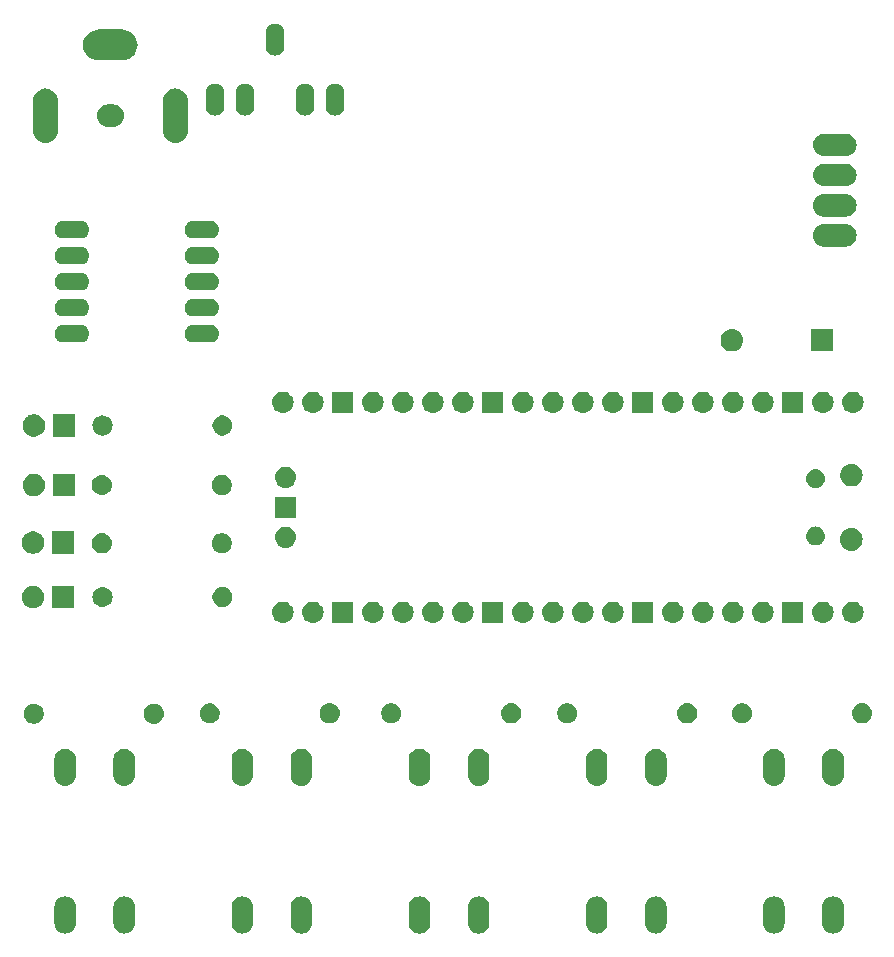
<source format=gbr>
G04 #@! TF.GenerationSoftware,KiCad,Pcbnew,(5.1.2-1)-1*
G04 #@! TF.CreationDate,2023-04-29T13:33:38+02:00*
G04 #@! TF.ProjectId,PicoClockRadio,5069636f-436c-46f6-936b-526164696f2e,rev?*
G04 #@! TF.SameCoordinates,Original*
G04 #@! TF.FileFunction,Soldermask,Bot*
G04 #@! TF.FilePolarity,Negative*
%FSLAX46Y46*%
G04 Gerber Fmt 4.6, Leading zero omitted, Abs format (unit mm)*
G04 Created by KiCad (PCBNEW (5.1.2-1)-1) date 2023-04-29 13:33:38*
%MOMM*%
%LPD*%
G04 APERTURE LIST*
%ADD10C,0.100000*%
G04 APERTURE END LIST*
D10*
G36*
X105179294Y-144938233D02*
G01*
X105351695Y-144990531D01*
X105510583Y-145075458D01*
X105649849Y-145189751D01*
X105764142Y-145329017D01*
X105849069Y-145487905D01*
X105901367Y-145660306D01*
X105914600Y-145794669D01*
X105914600Y-147205331D01*
X105901367Y-147339694D01*
X105849069Y-147512095D01*
X105764142Y-147670983D01*
X105649849Y-147810249D01*
X105510583Y-147924542D01*
X105351694Y-148009469D01*
X105179293Y-148061767D01*
X105000000Y-148079425D01*
X104820706Y-148061767D01*
X104648305Y-148009469D01*
X104489417Y-147924542D01*
X104350151Y-147810249D01*
X104235858Y-147670983D01*
X104150931Y-147512094D01*
X104098633Y-147339693D01*
X104085400Y-147205330D01*
X104085401Y-145794669D01*
X104098634Y-145660306D01*
X104150932Y-145487905D01*
X104235859Y-145329017D01*
X104350152Y-145189751D01*
X104489418Y-145075458D01*
X104648306Y-144990531D01*
X104820707Y-144938233D01*
X105000000Y-144920575D01*
X105179294Y-144938233D01*
X105179294Y-144938233D01*
G37*
G36*
X110179294Y-144938233D02*
G01*
X110351695Y-144990531D01*
X110510583Y-145075458D01*
X110649849Y-145189751D01*
X110764142Y-145329017D01*
X110849069Y-145487905D01*
X110901367Y-145660306D01*
X110914600Y-145794669D01*
X110914600Y-147205331D01*
X110901367Y-147339694D01*
X110849069Y-147512095D01*
X110764142Y-147670983D01*
X110649849Y-147810249D01*
X110510583Y-147924542D01*
X110351694Y-148009469D01*
X110179293Y-148061767D01*
X110000000Y-148079425D01*
X109820706Y-148061767D01*
X109648305Y-148009469D01*
X109489417Y-147924542D01*
X109350151Y-147810249D01*
X109235858Y-147670983D01*
X109150931Y-147512094D01*
X109098633Y-147339693D01*
X109085400Y-147205330D01*
X109085401Y-145794669D01*
X109098634Y-145660306D01*
X109150932Y-145487905D01*
X109235859Y-145329017D01*
X109350152Y-145189751D01*
X109489418Y-145075458D01*
X109648306Y-144990531D01*
X109820707Y-144938233D01*
X110000000Y-144920575D01*
X110179294Y-144938233D01*
X110179294Y-144938233D01*
G37*
G36*
X120179294Y-144938233D02*
G01*
X120351695Y-144990531D01*
X120510583Y-145075458D01*
X120649849Y-145189751D01*
X120764142Y-145329017D01*
X120849069Y-145487905D01*
X120901367Y-145660306D01*
X120914600Y-145794669D01*
X120914600Y-147205331D01*
X120901367Y-147339694D01*
X120849069Y-147512095D01*
X120764142Y-147670983D01*
X120649849Y-147810249D01*
X120510583Y-147924542D01*
X120351694Y-148009469D01*
X120179293Y-148061767D01*
X120000000Y-148079425D01*
X119820706Y-148061767D01*
X119648305Y-148009469D01*
X119489417Y-147924542D01*
X119350151Y-147810249D01*
X119235858Y-147670983D01*
X119150931Y-147512094D01*
X119098633Y-147339693D01*
X119085400Y-147205330D01*
X119085401Y-145794669D01*
X119098634Y-145660306D01*
X119150932Y-145487905D01*
X119235859Y-145329017D01*
X119350152Y-145189751D01*
X119489418Y-145075458D01*
X119648306Y-144990531D01*
X119820707Y-144938233D01*
X120000000Y-144920575D01*
X120179294Y-144938233D01*
X120179294Y-144938233D01*
G37*
G36*
X125179294Y-144938233D02*
G01*
X125351695Y-144990531D01*
X125510583Y-145075458D01*
X125649849Y-145189751D01*
X125764142Y-145329017D01*
X125849069Y-145487905D01*
X125901367Y-145660306D01*
X125914600Y-145794669D01*
X125914600Y-147205331D01*
X125901367Y-147339694D01*
X125849069Y-147512095D01*
X125764142Y-147670983D01*
X125649849Y-147810249D01*
X125510583Y-147924542D01*
X125351694Y-148009469D01*
X125179293Y-148061767D01*
X125000000Y-148079425D01*
X124820706Y-148061767D01*
X124648305Y-148009469D01*
X124489417Y-147924542D01*
X124350151Y-147810249D01*
X124235858Y-147670983D01*
X124150931Y-147512094D01*
X124098633Y-147339693D01*
X124085400Y-147205330D01*
X124085401Y-145794669D01*
X124098634Y-145660306D01*
X124150932Y-145487905D01*
X124235859Y-145329017D01*
X124350152Y-145189751D01*
X124489418Y-145075458D01*
X124648306Y-144990531D01*
X124820707Y-144938233D01*
X125000000Y-144920575D01*
X125179294Y-144938233D01*
X125179294Y-144938233D01*
G37*
G36*
X135179294Y-144938233D02*
G01*
X135351695Y-144990531D01*
X135510583Y-145075458D01*
X135649849Y-145189751D01*
X135764142Y-145329017D01*
X135849069Y-145487905D01*
X135901367Y-145660306D01*
X135914600Y-145794669D01*
X135914600Y-147205331D01*
X135901367Y-147339694D01*
X135849069Y-147512095D01*
X135764142Y-147670983D01*
X135649849Y-147810249D01*
X135510583Y-147924542D01*
X135351694Y-148009469D01*
X135179293Y-148061767D01*
X135000000Y-148079425D01*
X134820706Y-148061767D01*
X134648305Y-148009469D01*
X134489417Y-147924542D01*
X134350151Y-147810249D01*
X134235858Y-147670983D01*
X134150931Y-147512094D01*
X134098633Y-147339693D01*
X134085400Y-147205330D01*
X134085401Y-145794669D01*
X134098634Y-145660306D01*
X134150932Y-145487905D01*
X134235859Y-145329017D01*
X134350152Y-145189751D01*
X134489418Y-145075458D01*
X134648306Y-144990531D01*
X134820707Y-144938233D01*
X135000000Y-144920575D01*
X135179294Y-144938233D01*
X135179294Y-144938233D01*
G37*
G36*
X140179294Y-144938233D02*
G01*
X140351695Y-144990531D01*
X140510583Y-145075458D01*
X140649849Y-145189751D01*
X140764142Y-145329017D01*
X140849069Y-145487905D01*
X140901367Y-145660306D01*
X140914600Y-145794669D01*
X140914600Y-147205331D01*
X140901367Y-147339694D01*
X140849069Y-147512095D01*
X140764142Y-147670983D01*
X140649849Y-147810249D01*
X140510583Y-147924542D01*
X140351694Y-148009469D01*
X140179293Y-148061767D01*
X140000000Y-148079425D01*
X139820706Y-148061767D01*
X139648305Y-148009469D01*
X139489417Y-147924542D01*
X139350151Y-147810249D01*
X139235858Y-147670983D01*
X139150931Y-147512094D01*
X139098633Y-147339693D01*
X139085400Y-147205330D01*
X139085401Y-145794669D01*
X139098634Y-145660306D01*
X139150932Y-145487905D01*
X139235859Y-145329017D01*
X139350152Y-145189751D01*
X139489418Y-145075458D01*
X139648306Y-144990531D01*
X139820707Y-144938233D01*
X140000000Y-144920575D01*
X140179294Y-144938233D01*
X140179294Y-144938233D01*
G37*
G36*
X150179294Y-144938233D02*
G01*
X150351695Y-144990531D01*
X150510583Y-145075458D01*
X150649849Y-145189751D01*
X150764142Y-145329017D01*
X150849069Y-145487905D01*
X150901367Y-145660306D01*
X150914600Y-145794669D01*
X150914600Y-147205331D01*
X150901367Y-147339694D01*
X150849069Y-147512095D01*
X150764142Y-147670983D01*
X150649849Y-147810249D01*
X150510583Y-147924542D01*
X150351694Y-148009469D01*
X150179293Y-148061767D01*
X150000000Y-148079425D01*
X149820706Y-148061767D01*
X149648305Y-148009469D01*
X149489417Y-147924542D01*
X149350151Y-147810249D01*
X149235858Y-147670983D01*
X149150931Y-147512094D01*
X149098633Y-147339693D01*
X149085400Y-147205330D01*
X149085401Y-145794669D01*
X149098634Y-145660306D01*
X149150932Y-145487905D01*
X149235859Y-145329017D01*
X149350152Y-145189751D01*
X149489418Y-145075458D01*
X149648306Y-144990531D01*
X149820707Y-144938233D01*
X150000000Y-144920575D01*
X150179294Y-144938233D01*
X150179294Y-144938233D01*
G37*
G36*
X155179294Y-144938233D02*
G01*
X155351695Y-144990531D01*
X155510583Y-145075458D01*
X155649849Y-145189751D01*
X155764142Y-145329017D01*
X155849069Y-145487905D01*
X155901367Y-145660306D01*
X155914600Y-145794669D01*
X155914600Y-147205331D01*
X155901367Y-147339694D01*
X155849069Y-147512095D01*
X155764142Y-147670983D01*
X155649849Y-147810249D01*
X155510583Y-147924542D01*
X155351694Y-148009469D01*
X155179293Y-148061767D01*
X155000000Y-148079425D01*
X154820706Y-148061767D01*
X154648305Y-148009469D01*
X154489417Y-147924542D01*
X154350151Y-147810249D01*
X154235858Y-147670983D01*
X154150931Y-147512094D01*
X154098633Y-147339693D01*
X154085400Y-147205330D01*
X154085401Y-145794669D01*
X154098634Y-145660306D01*
X154150932Y-145487905D01*
X154235859Y-145329017D01*
X154350152Y-145189751D01*
X154489418Y-145075458D01*
X154648306Y-144990531D01*
X154820707Y-144938233D01*
X155000000Y-144920575D01*
X155179294Y-144938233D01*
X155179294Y-144938233D01*
G37*
G36*
X165179294Y-144938233D02*
G01*
X165351695Y-144990531D01*
X165510583Y-145075458D01*
X165649849Y-145189751D01*
X165764142Y-145329017D01*
X165849069Y-145487905D01*
X165901367Y-145660306D01*
X165914600Y-145794669D01*
X165914600Y-147205331D01*
X165901367Y-147339694D01*
X165849069Y-147512095D01*
X165764142Y-147670983D01*
X165649849Y-147810249D01*
X165510583Y-147924542D01*
X165351694Y-148009469D01*
X165179293Y-148061767D01*
X165000000Y-148079425D01*
X164820706Y-148061767D01*
X164648305Y-148009469D01*
X164489417Y-147924542D01*
X164350151Y-147810249D01*
X164235858Y-147670983D01*
X164150931Y-147512094D01*
X164098633Y-147339693D01*
X164085400Y-147205330D01*
X164085401Y-145794669D01*
X164098634Y-145660306D01*
X164150932Y-145487905D01*
X164235859Y-145329017D01*
X164350152Y-145189751D01*
X164489418Y-145075458D01*
X164648306Y-144990531D01*
X164820707Y-144938233D01*
X165000000Y-144920575D01*
X165179294Y-144938233D01*
X165179294Y-144938233D01*
G37*
G36*
X170179294Y-144938233D02*
G01*
X170351695Y-144990531D01*
X170510583Y-145075458D01*
X170649849Y-145189751D01*
X170764142Y-145329017D01*
X170849069Y-145487905D01*
X170901367Y-145660306D01*
X170914600Y-145794669D01*
X170914600Y-147205331D01*
X170901367Y-147339694D01*
X170849069Y-147512095D01*
X170764142Y-147670983D01*
X170649849Y-147810249D01*
X170510583Y-147924542D01*
X170351694Y-148009469D01*
X170179293Y-148061767D01*
X170000000Y-148079425D01*
X169820706Y-148061767D01*
X169648305Y-148009469D01*
X169489417Y-147924542D01*
X169350151Y-147810249D01*
X169235858Y-147670983D01*
X169150931Y-147512094D01*
X169098633Y-147339693D01*
X169085400Y-147205330D01*
X169085401Y-145794669D01*
X169098634Y-145660306D01*
X169150932Y-145487905D01*
X169235859Y-145329017D01*
X169350152Y-145189751D01*
X169489418Y-145075458D01*
X169648306Y-144990531D01*
X169820707Y-144938233D01*
X170000000Y-144920575D01*
X170179294Y-144938233D01*
X170179294Y-144938233D01*
G37*
G36*
X105179294Y-132438233D02*
G01*
X105351695Y-132490531D01*
X105510583Y-132575458D01*
X105649849Y-132689751D01*
X105764142Y-132829017D01*
X105849069Y-132987905D01*
X105901367Y-133160306D01*
X105914600Y-133294669D01*
X105914600Y-134705331D01*
X105901367Y-134839694D01*
X105849069Y-135012095D01*
X105764142Y-135170983D01*
X105649849Y-135310249D01*
X105510583Y-135424542D01*
X105351694Y-135509469D01*
X105179293Y-135561767D01*
X105000000Y-135579425D01*
X104820706Y-135561767D01*
X104648305Y-135509469D01*
X104489417Y-135424542D01*
X104350151Y-135310249D01*
X104235858Y-135170983D01*
X104150931Y-135012094D01*
X104098633Y-134839693D01*
X104085400Y-134705330D01*
X104085401Y-133294669D01*
X104098634Y-133160306D01*
X104150932Y-132987905D01*
X104235859Y-132829017D01*
X104350152Y-132689751D01*
X104489418Y-132575458D01*
X104648306Y-132490531D01*
X104820707Y-132438233D01*
X105000000Y-132420575D01*
X105179294Y-132438233D01*
X105179294Y-132438233D01*
G37*
G36*
X170179294Y-132438233D02*
G01*
X170351695Y-132490531D01*
X170510583Y-132575458D01*
X170649849Y-132689751D01*
X170764142Y-132829017D01*
X170849069Y-132987905D01*
X170901367Y-133160306D01*
X170914600Y-133294669D01*
X170914600Y-134705331D01*
X170901367Y-134839694D01*
X170849069Y-135012095D01*
X170764142Y-135170983D01*
X170649849Y-135310249D01*
X170510583Y-135424542D01*
X170351694Y-135509469D01*
X170179293Y-135561767D01*
X170000000Y-135579425D01*
X169820706Y-135561767D01*
X169648305Y-135509469D01*
X169489417Y-135424542D01*
X169350151Y-135310249D01*
X169235858Y-135170983D01*
X169150931Y-135012094D01*
X169098633Y-134839693D01*
X169085400Y-134705330D01*
X169085401Y-133294669D01*
X169098634Y-133160306D01*
X169150932Y-132987905D01*
X169235859Y-132829017D01*
X169350152Y-132689751D01*
X169489418Y-132575458D01*
X169648306Y-132490531D01*
X169820707Y-132438233D01*
X170000000Y-132420575D01*
X170179294Y-132438233D01*
X170179294Y-132438233D01*
G37*
G36*
X165179294Y-132438233D02*
G01*
X165351695Y-132490531D01*
X165510583Y-132575458D01*
X165649849Y-132689751D01*
X165764142Y-132829017D01*
X165849069Y-132987905D01*
X165901367Y-133160306D01*
X165914600Y-133294669D01*
X165914600Y-134705331D01*
X165901367Y-134839694D01*
X165849069Y-135012095D01*
X165764142Y-135170983D01*
X165649849Y-135310249D01*
X165510583Y-135424542D01*
X165351694Y-135509469D01*
X165179293Y-135561767D01*
X165000000Y-135579425D01*
X164820706Y-135561767D01*
X164648305Y-135509469D01*
X164489417Y-135424542D01*
X164350151Y-135310249D01*
X164235858Y-135170983D01*
X164150931Y-135012094D01*
X164098633Y-134839693D01*
X164085400Y-134705330D01*
X164085401Y-133294669D01*
X164098634Y-133160306D01*
X164150932Y-132987905D01*
X164235859Y-132829017D01*
X164350152Y-132689751D01*
X164489418Y-132575458D01*
X164648306Y-132490531D01*
X164820707Y-132438233D01*
X165000000Y-132420575D01*
X165179294Y-132438233D01*
X165179294Y-132438233D01*
G37*
G36*
X155179294Y-132438233D02*
G01*
X155351695Y-132490531D01*
X155510583Y-132575458D01*
X155649849Y-132689751D01*
X155764142Y-132829017D01*
X155849069Y-132987905D01*
X155901367Y-133160306D01*
X155914600Y-133294669D01*
X155914600Y-134705331D01*
X155901367Y-134839694D01*
X155849069Y-135012095D01*
X155764142Y-135170983D01*
X155649849Y-135310249D01*
X155510583Y-135424542D01*
X155351694Y-135509469D01*
X155179293Y-135561767D01*
X155000000Y-135579425D01*
X154820706Y-135561767D01*
X154648305Y-135509469D01*
X154489417Y-135424542D01*
X154350151Y-135310249D01*
X154235858Y-135170983D01*
X154150931Y-135012094D01*
X154098633Y-134839693D01*
X154085400Y-134705330D01*
X154085401Y-133294669D01*
X154098634Y-133160306D01*
X154150932Y-132987905D01*
X154235859Y-132829017D01*
X154350152Y-132689751D01*
X154489418Y-132575458D01*
X154648306Y-132490531D01*
X154820707Y-132438233D01*
X155000000Y-132420575D01*
X155179294Y-132438233D01*
X155179294Y-132438233D01*
G37*
G36*
X150179294Y-132438233D02*
G01*
X150351695Y-132490531D01*
X150510583Y-132575458D01*
X150649849Y-132689751D01*
X150764142Y-132829017D01*
X150849069Y-132987905D01*
X150901367Y-133160306D01*
X150914600Y-133294669D01*
X150914600Y-134705331D01*
X150901367Y-134839694D01*
X150849069Y-135012095D01*
X150764142Y-135170983D01*
X150649849Y-135310249D01*
X150510583Y-135424542D01*
X150351694Y-135509469D01*
X150179293Y-135561767D01*
X150000000Y-135579425D01*
X149820706Y-135561767D01*
X149648305Y-135509469D01*
X149489417Y-135424542D01*
X149350151Y-135310249D01*
X149235858Y-135170983D01*
X149150931Y-135012094D01*
X149098633Y-134839693D01*
X149085400Y-134705330D01*
X149085401Y-133294669D01*
X149098634Y-133160306D01*
X149150932Y-132987905D01*
X149235859Y-132829017D01*
X149350152Y-132689751D01*
X149489418Y-132575458D01*
X149648306Y-132490531D01*
X149820707Y-132438233D01*
X150000000Y-132420575D01*
X150179294Y-132438233D01*
X150179294Y-132438233D01*
G37*
G36*
X140179294Y-132438233D02*
G01*
X140351695Y-132490531D01*
X140510583Y-132575458D01*
X140649849Y-132689751D01*
X140764142Y-132829017D01*
X140849069Y-132987905D01*
X140901367Y-133160306D01*
X140914600Y-133294669D01*
X140914600Y-134705331D01*
X140901367Y-134839694D01*
X140849069Y-135012095D01*
X140764142Y-135170983D01*
X140649849Y-135310249D01*
X140510583Y-135424542D01*
X140351694Y-135509469D01*
X140179293Y-135561767D01*
X140000000Y-135579425D01*
X139820706Y-135561767D01*
X139648305Y-135509469D01*
X139489417Y-135424542D01*
X139350151Y-135310249D01*
X139235858Y-135170983D01*
X139150931Y-135012094D01*
X139098633Y-134839693D01*
X139085400Y-134705330D01*
X139085401Y-133294669D01*
X139098634Y-133160306D01*
X139150932Y-132987905D01*
X139235859Y-132829017D01*
X139350152Y-132689751D01*
X139489418Y-132575458D01*
X139648306Y-132490531D01*
X139820707Y-132438233D01*
X140000000Y-132420575D01*
X140179294Y-132438233D01*
X140179294Y-132438233D01*
G37*
G36*
X135179294Y-132438233D02*
G01*
X135351695Y-132490531D01*
X135510583Y-132575458D01*
X135649849Y-132689751D01*
X135764142Y-132829017D01*
X135849069Y-132987905D01*
X135901367Y-133160306D01*
X135914600Y-133294669D01*
X135914600Y-134705331D01*
X135901367Y-134839694D01*
X135849069Y-135012095D01*
X135764142Y-135170983D01*
X135649849Y-135310249D01*
X135510583Y-135424542D01*
X135351694Y-135509469D01*
X135179293Y-135561767D01*
X135000000Y-135579425D01*
X134820706Y-135561767D01*
X134648305Y-135509469D01*
X134489417Y-135424542D01*
X134350151Y-135310249D01*
X134235858Y-135170983D01*
X134150931Y-135012094D01*
X134098633Y-134839693D01*
X134085400Y-134705330D01*
X134085401Y-133294669D01*
X134098634Y-133160306D01*
X134150932Y-132987905D01*
X134235859Y-132829017D01*
X134350152Y-132689751D01*
X134489418Y-132575458D01*
X134648306Y-132490531D01*
X134820707Y-132438233D01*
X135000000Y-132420575D01*
X135179294Y-132438233D01*
X135179294Y-132438233D01*
G37*
G36*
X125179294Y-132438233D02*
G01*
X125351695Y-132490531D01*
X125510583Y-132575458D01*
X125649849Y-132689751D01*
X125764142Y-132829017D01*
X125849069Y-132987905D01*
X125901367Y-133160306D01*
X125914600Y-133294669D01*
X125914600Y-134705331D01*
X125901367Y-134839694D01*
X125849069Y-135012095D01*
X125764142Y-135170983D01*
X125649849Y-135310249D01*
X125510583Y-135424542D01*
X125351694Y-135509469D01*
X125179293Y-135561767D01*
X125000000Y-135579425D01*
X124820706Y-135561767D01*
X124648305Y-135509469D01*
X124489417Y-135424542D01*
X124350151Y-135310249D01*
X124235858Y-135170983D01*
X124150931Y-135012094D01*
X124098633Y-134839693D01*
X124085400Y-134705330D01*
X124085401Y-133294669D01*
X124098634Y-133160306D01*
X124150932Y-132987905D01*
X124235859Y-132829017D01*
X124350152Y-132689751D01*
X124489418Y-132575458D01*
X124648306Y-132490531D01*
X124820707Y-132438233D01*
X125000000Y-132420575D01*
X125179294Y-132438233D01*
X125179294Y-132438233D01*
G37*
G36*
X120179294Y-132438233D02*
G01*
X120351695Y-132490531D01*
X120510583Y-132575458D01*
X120649849Y-132689751D01*
X120764142Y-132829017D01*
X120849069Y-132987905D01*
X120901367Y-133160306D01*
X120914600Y-133294669D01*
X120914600Y-134705331D01*
X120901367Y-134839694D01*
X120849069Y-135012095D01*
X120764142Y-135170983D01*
X120649849Y-135310249D01*
X120510583Y-135424542D01*
X120351694Y-135509469D01*
X120179293Y-135561767D01*
X120000000Y-135579425D01*
X119820706Y-135561767D01*
X119648305Y-135509469D01*
X119489417Y-135424542D01*
X119350151Y-135310249D01*
X119235858Y-135170983D01*
X119150931Y-135012094D01*
X119098633Y-134839693D01*
X119085400Y-134705330D01*
X119085401Y-133294669D01*
X119098634Y-133160306D01*
X119150932Y-132987905D01*
X119235859Y-132829017D01*
X119350152Y-132689751D01*
X119489418Y-132575458D01*
X119648306Y-132490531D01*
X119820707Y-132438233D01*
X120000000Y-132420575D01*
X120179294Y-132438233D01*
X120179294Y-132438233D01*
G37*
G36*
X110179294Y-132438233D02*
G01*
X110351695Y-132490531D01*
X110510583Y-132575458D01*
X110649849Y-132689751D01*
X110764142Y-132829017D01*
X110849069Y-132987905D01*
X110901367Y-133160306D01*
X110914600Y-133294669D01*
X110914600Y-134705331D01*
X110901367Y-134839694D01*
X110849069Y-135012095D01*
X110764142Y-135170983D01*
X110649849Y-135310249D01*
X110510583Y-135424542D01*
X110351694Y-135509469D01*
X110179293Y-135561767D01*
X110000000Y-135579425D01*
X109820706Y-135561767D01*
X109648305Y-135509469D01*
X109489417Y-135424542D01*
X109350151Y-135310249D01*
X109235858Y-135170983D01*
X109150931Y-135012094D01*
X109098633Y-134839693D01*
X109085400Y-134705330D01*
X109085401Y-133294669D01*
X109098634Y-133160306D01*
X109150932Y-132987905D01*
X109235859Y-132829017D01*
X109350152Y-132689751D01*
X109489418Y-132575458D01*
X109648306Y-132490531D01*
X109820707Y-132438233D01*
X110000000Y-132420575D01*
X110179294Y-132438233D01*
X110179294Y-132438233D01*
G37*
G36*
X102584828Y-128635343D02*
G01*
X102739700Y-128699493D01*
X102879081Y-128792625D01*
X102997615Y-128911159D01*
X103090747Y-129050540D01*
X103154897Y-129205412D01*
X103187600Y-129369824D01*
X103187600Y-129537456D01*
X103154897Y-129701868D01*
X103090747Y-129856740D01*
X102997615Y-129996121D01*
X102879081Y-130114655D01*
X102739700Y-130207787D01*
X102584828Y-130271937D01*
X102420416Y-130304640D01*
X102252784Y-130304640D01*
X102088372Y-130271937D01*
X101933500Y-130207787D01*
X101794119Y-130114655D01*
X101675585Y-129996121D01*
X101582453Y-129856740D01*
X101518303Y-129701868D01*
X101485600Y-129537456D01*
X101485600Y-129369824D01*
X101518303Y-129205412D01*
X101582453Y-129050540D01*
X101675585Y-128911159D01*
X101794119Y-128792625D01*
X101933500Y-128699493D01*
X102088372Y-128635343D01*
X102252784Y-128602640D01*
X102420416Y-128602640D01*
X102584828Y-128635343D01*
X102584828Y-128635343D01*
G37*
G36*
X112663423Y-128614953D02*
G01*
X112823842Y-128663616D01*
X112890961Y-128699492D01*
X112971678Y-128742636D01*
X113101259Y-128848981D01*
X113207604Y-128978562D01*
X113207605Y-128978564D01*
X113286624Y-129126398D01*
X113335287Y-129286817D01*
X113351717Y-129453640D01*
X113335287Y-129620463D01*
X113286624Y-129780882D01*
X113215714Y-129913546D01*
X113207604Y-129928718D01*
X113101259Y-130058299D01*
X112971678Y-130164644D01*
X112971676Y-130164645D01*
X112823842Y-130243664D01*
X112663423Y-130292327D01*
X112538404Y-130304640D01*
X112454796Y-130304640D01*
X112329777Y-130292327D01*
X112169358Y-130243664D01*
X112021524Y-130164645D01*
X112021522Y-130164644D01*
X111891941Y-130058299D01*
X111785596Y-129928718D01*
X111777486Y-129913546D01*
X111706576Y-129780882D01*
X111657913Y-129620463D01*
X111641483Y-129453640D01*
X111657913Y-129286817D01*
X111706576Y-129126398D01*
X111785595Y-128978564D01*
X111785596Y-128978562D01*
X111891941Y-128848981D01*
X112021522Y-128742636D01*
X112102239Y-128699492D01*
X112169358Y-128663616D01*
X112329777Y-128614953D01*
X112454796Y-128602640D01*
X112538404Y-128602640D01*
X112663423Y-128614953D01*
X112663423Y-128614953D01*
G37*
G36*
X162549148Y-128609943D02*
G01*
X162704020Y-128674093D01*
X162843401Y-128767225D01*
X162961935Y-128885759D01*
X163055067Y-129025140D01*
X163119217Y-129180012D01*
X163151920Y-129344424D01*
X163151920Y-129512056D01*
X163119217Y-129676468D01*
X163055067Y-129831340D01*
X162961935Y-129970721D01*
X162843401Y-130089255D01*
X162704020Y-130182387D01*
X162549148Y-130246537D01*
X162384736Y-130279240D01*
X162217104Y-130279240D01*
X162052692Y-130246537D01*
X161897820Y-130182387D01*
X161758439Y-130089255D01*
X161639905Y-129970721D01*
X161546773Y-129831340D01*
X161482623Y-129676468D01*
X161449920Y-129512056D01*
X161449920Y-129344424D01*
X161482623Y-129180012D01*
X161546773Y-129025140D01*
X161639905Y-128885759D01*
X161758439Y-128767225D01*
X161897820Y-128674093D01*
X162052692Y-128609943D01*
X162217104Y-128577240D01*
X162384736Y-128577240D01*
X162549148Y-128609943D01*
X162549148Y-128609943D01*
G37*
G36*
X117479388Y-128609943D02*
G01*
X117634260Y-128674093D01*
X117773641Y-128767225D01*
X117892175Y-128885759D01*
X117985307Y-129025140D01*
X118049457Y-129180012D01*
X118082160Y-129344424D01*
X118082160Y-129512056D01*
X118049457Y-129676468D01*
X117985307Y-129831340D01*
X117892175Y-129970721D01*
X117773641Y-130089255D01*
X117634260Y-130182387D01*
X117479388Y-130246537D01*
X117314976Y-130279240D01*
X117147344Y-130279240D01*
X116982932Y-130246537D01*
X116828060Y-130182387D01*
X116688679Y-130089255D01*
X116570145Y-129970721D01*
X116477013Y-129831340D01*
X116412863Y-129676468D01*
X116380160Y-129512056D01*
X116380160Y-129344424D01*
X116412863Y-129180012D01*
X116477013Y-129025140D01*
X116570145Y-128885759D01*
X116688679Y-128767225D01*
X116828060Y-128674093D01*
X116982932Y-128609943D01*
X117147344Y-128577240D01*
X117314976Y-128577240D01*
X117479388Y-128609943D01*
X117479388Y-128609943D01*
G37*
G36*
X127557983Y-128589553D02*
G01*
X127718402Y-128638216D01*
X127785521Y-128674092D01*
X127866238Y-128717236D01*
X127995819Y-128823581D01*
X128102164Y-128953162D01*
X128102165Y-128953164D01*
X128181184Y-129100998D01*
X128229847Y-129261417D01*
X128246277Y-129428240D01*
X128229847Y-129595063D01*
X128181184Y-129755482D01*
X128140637Y-129831340D01*
X128102164Y-129903318D01*
X127995819Y-130032899D01*
X127866238Y-130139244D01*
X127866236Y-130139245D01*
X127718402Y-130218264D01*
X127557983Y-130266927D01*
X127432964Y-130279240D01*
X127349356Y-130279240D01*
X127224337Y-130266927D01*
X127063918Y-130218264D01*
X126916084Y-130139245D01*
X126916082Y-130139244D01*
X126786501Y-130032899D01*
X126680156Y-129903318D01*
X126641683Y-129831340D01*
X126601136Y-129755482D01*
X126552473Y-129595063D01*
X126536043Y-129428240D01*
X126552473Y-129261417D01*
X126601136Y-129100998D01*
X126680155Y-128953164D01*
X126680156Y-128953162D01*
X126786501Y-128823581D01*
X126916082Y-128717236D01*
X126996799Y-128674092D01*
X127063918Y-128638216D01*
X127224337Y-128589553D01*
X127349356Y-128577240D01*
X127432964Y-128577240D01*
X127557983Y-128589553D01*
X127557983Y-128589553D01*
G37*
G36*
X132856548Y-128609943D02*
G01*
X133011420Y-128674093D01*
X133150801Y-128767225D01*
X133269335Y-128885759D01*
X133362467Y-129025140D01*
X133426617Y-129180012D01*
X133459320Y-129344424D01*
X133459320Y-129512056D01*
X133426617Y-129676468D01*
X133362467Y-129831340D01*
X133269335Y-129970721D01*
X133150801Y-130089255D01*
X133011420Y-130182387D01*
X132856548Y-130246537D01*
X132692136Y-130279240D01*
X132524504Y-130279240D01*
X132360092Y-130246537D01*
X132205220Y-130182387D01*
X132065839Y-130089255D01*
X131947305Y-129970721D01*
X131854173Y-129831340D01*
X131790023Y-129676468D01*
X131757320Y-129512056D01*
X131757320Y-129344424D01*
X131790023Y-129180012D01*
X131854173Y-129025140D01*
X131947305Y-128885759D01*
X132065839Y-128767225D01*
X132205220Y-128674093D01*
X132360092Y-128609943D01*
X132524504Y-128577240D01*
X132692136Y-128577240D01*
X132856548Y-128609943D01*
X132856548Y-128609943D01*
G37*
G36*
X142935143Y-128589553D02*
G01*
X143095562Y-128638216D01*
X143162681Y-128674092D01*
X143243398Y-128717236D01*
X143372979Y-128823581D01*
X143479324Y-128953162D01*
X143479325Y-128953164D01*
X143558344Y-129100998D01*
X143607007Y-129261417D01*
X143623437Y-129428240D01*
X143607007Y-129595063D01*
X143558344Y-129755482D01*
X143517797Y-129831340D01*
X143479324Y-129903318D01*
X143372979Y-130032899D01*
X143243398Y-130139244D01*
X143243396Y-130139245D01*
X143095562Y-130218264D01*
X142935143Y-130266927D01*
X142810124Y-130279240D01*
X142726516Y-130279240D01*
X142601497Y-130266927D01*
X142441078Y-130218264D01*
X142293244Y-130139245D01*
X142293242Y-130139244D01*
X142163661Y-130032899D01*
X142057316Y-129903318D01*
X142018843Y-129831340D01*
X141978296Y-129755482D01*
X141929633Y-129595063D01*
X141913203Y-129428240D01*
X141929633Y-129261417D01*
X141978296Y-129100998D01*
X142057315Y-128953164D01*
X142057316Y-128953162D01*
X142163661Y-128823581D01*
X142293242Y-128717236D01*
X142373959Y-128674092D01*
X142441078Y-128638216D01*
X142601497Y-128589553D01*
X142726516Y-128577240D01*
X142810124Y-128577240D01*
X142935143Y-128589553D01*
X142935143Y-128589553D01*
G37*
G36*
X147756188Y-128609943D02*
G01*
X147911060Y-128674093D01*
X148050441Y-128767225D01*
X148168975Y-128885759D01*
X148262107Y-129025140D01*
X148326257Y-129180012D01*
X148358960Y-129344424D01*
X148358960Y-129512056D01*
X148326257Y-129676468D01*
X148262107Y-129831340D01*
X148168975Y-129970721D01*
X148050441Y-130089255D01*
X147911060Y-130182387D01*
X147756188Y-130246537D01*
X147591776Y-130279240D01*
X147424144Y-130279240D01*
X147259732Y-130246537D01*
X147104860Y-130182387D01*
X146965479Y-130089255D01*
X146846945Y-129970721D01*
X146753813Y-129831340D01*
X146689663Y-129676468D01*
X146656960Y-129512056D01*
X146656960Y-129344424D01*
X146689663Y-129180012D01*
X146753813Y-129025140D01*
X146846945Y-128885759D01*
X146965479Y-128767225D01*
X147104860Y-128674093D01*
X147259732Y-128609943D01*
X147424144Y-128577240D01*
X147591776Y-128577240D01*
X147756188Y-128609943D01*
X147756188Y-128609943D01*
G37*
G36*
X157834783Y-128589553D02*
G01*
X157995202Y-128638216D01*
X158062321Y-128674092D01*
X158143038Y-128717236D01*
X158272619Y-128823581D01*
X158378964Y-128953162D01*
X158378965Y-128953164D01*
X158457984Y-129100998D01*
X158506647Y-129261417D01*
X158523077Y-129428240D01*
X158506647Y-129595063D01*
X158457984Y-129755482D01*
X158417437Y-129831340D01*
X158378964Y-129903318D01*
X158272619Y-130032899D01*
X158143038Y-130139244D01*
X158143036Y-130139245D01*
X157995202Y-130218264D01*
X157834783Y-130266927D01*
X157709764Y-130279240D01*
X157626156Y-130279240D01*
X157501137Y-130266927D01*
X157340718Y-130218264D01*
X157192884Y-130139245D01*
X157192882Y-130139244D01*
X157063301Y-130032899D01*
X156956956Y-129903318D01*
X156918483Y-129831340D01*
X156877936Y-129755482D01*
X156829273Y-129595063D01*
X156812843Y-129428240D01*
X156829273Y-129261417D01*
X156877936Y-129100998D01*
X156956955Y-128953164D01*
X156956956Y-128953162D01*
X157063301Y-128823581D01*
X157192882Y-128717236D01*
X157273599Y-128674092D01*
X157340718Y-128638216D01*
X157501137Y-128589553D01*
X157626156Y-128577240D01*
X157709764Y-128577240D01*
X157834783Y-128589553D01*
X157834783Y-128589553D01*
G37*
G36*
X172627743Y-128589553D02*
G01*
X172788162Y-128638216D01*
X172855281Y-128674092D01*
X172935998Y-128717236D01*
X173065579Y-128823581D01*
X173171924Y-128953162D01*
X173171925Y-128953164D01*
X173250944Y-129100998D01*
X173299607Y-129261417D01*
X173316037Y-129428240D01*
X173299607Y-129595063D01*
X173250944Y-129755482D01*
X173210397Y-129831340D01*
X173171924Y-129903318D01*
X173065579Y-130032899D01*
X172935998Y-130139244D01*
X172935996Y-130139245D01*
X172788162Y-130218264D01*
X172627743Y-130266927D01*
X172502724Y-130279240D01*
X172419116Y-130279240D01*
X172294097Y-130266927D01*
X172133678Y-130218264D01*
X171985844Y-130139245D01*
X171985842Y-130139244D01*
X171856261Y-130032899D01*
X171749916Y-129903318D01*
X171711443Y-129831340D01*
X171670896Y-129755482D01*
X171622233Y-129595063D01*
X171605803Y-129428240D01*
X171622233Y-129261417D01*
X171670896Y-129100998D01*
X171749915Y-128953164D01*
X171749916Y-128953162D01*
X171856261Y-128823581D01*
X171985842Y-128717236D01*
X172066559Y-128674092D01*
X172133678Y-128638216D01*
X172294097Y-128589553D01*
X172419116Y-128577240D01*
X172502724Y-128577240D01*
X172627743Y-128589553D01*
X172627743Y-128589553D01*
G37*
G36*
X154809760Y-121774520D02*
G01*
X153007760Y-121774520D01*
X153007760Y-119972520D01*
X154809760Y-119972520D01*
X154809760Y-121774520D01*
X154809760Y-121774520D01*
G37*
G36*
X126079202Y-119979038D02*
G01*
X126145387Y-119985557D01*
X126315226Y-120037077D01*
X126471751Y-120120742D01*
X126507489Y-120150072D01*
X126608946Y-120233334D01*
X126690137Y-120332267D01*
X126721538Y-120370529D01*
X126805203Y-120527054D01*
X126856723Y-120696893D01*
X126874119Y-120873520D01*
X126856723Y-121050147D01*
X126805203Y-121219986D01*
X126721538Y-121376511D01*
X126692208Y-121412249D01*
X126608946Y-121513706D01*
X126507489Y-121596968D01*
X126471751Y-121626298D01*
X126315226Y-121709963D01*
X126145387Y-121761483D01*
X126079203Y-121768001D01*
X126013020Y-121774520D01*
X125924500Y-121774520D01*
X125858317Y-121768001D01*
X125792133Y-121761483D01*
X125622294Y-121709963D01*
X125465769Y-121626298D01*
X125430031Y-121596968D01*
X125328574Y-121513706D01*
X125245312Y-121412249D01*
X125215982Y-121376511D01*
X125132317Y-121219986D01*
X125080797Y-121050147D01*
X125063401Y-120873520D01*
X125080797Y-120696893D01*
X125132317Y-120527054D01*
X125215982Y-120370529D01*
X125247383Y-120332267D01*
X125328574Y-120233334D01*
X125430031Y-120150072D01*
X125465769Y-120120742D01*
X125622294Y-120037077D01*
X125792133Y-119985557D01*
X125858318Y-119979038D01*
X125924500Y-119972520D01*
X126013020Y-119972520D01*
X126079202Y-119979038D01*
X126079202Y-119979038D01*
G37*
G36*
X167509760Y-121774520D02*
G01*
X165707760Y-121774520D01*
X165707760Y-119972520D01*
X167509760Y-119972520D01*
X167509760Y-121774520D01*
X167509760Y-121774520D01*
G37*
G36*
X164179202Y-119979038D02*
G01*
X164245387Y-119985557D01*
X164415226Y-120037077D01*
X164571751Y-120120742D01*
X164607489Y-120150072D01*
X164708946Y-120233334D01*
X164790137Y-120332267D01*
X164821538Y-120370529D01*
X164905203Y-120527054D01*
X164956723Y-120696893D01*
X164974119Y-120873520D01*
X164956723Y-121050147D01*
X164905203Y-121219986D01*
X164821538Y-121376511D01*
X164792208Y-121412249D01*
X164708946Y-121513706D01*
X164607489Y-121596968D01*
X164571751Y-121626298D01*
X164415226Y-121709963D01*
X164245387Y-121761483D01*
X164179203Y-121768001D01*
X164113020Y-121774520D01*
X164024500Y-121774520D01*
X163958317Y-121768001D01*
X163892133Y-121761483D01*
X163722294Y-121709963D01*
X163565769Y-121626298D01*
X163530031Y-121596968D01*
X163428574Y-121513706D01*
X163345312Y-121412249D01*
X163315982Y-121376511D01*
X163232317Y-121219986D01*
X163180797Y-121050147D01*
X163163401Y-120873520D01*
X163180797Y-120696893D01*
X163232317Y-120527054D01*
X163315982Y-120370529D01*
X163347383Y-120332267D01*
X163428574Y-120233334D01*
X163530031Y-120150072D01*
X163565769Y-120120742D01*
X163722294Y-120037077D01*
X163892133Y-119985557D01*
X163958318Y-119979038D01*
X164024500Y-119972520D01*
X164113020Y-119972520D01*
X164179202Y-119979038D01*
X164179202Y-119979038D01*
G37*
G36*
X161639202Y-119979038D02*
G01*
X161705387Y-119985557D01*
X161875226Y-120037077D01*
X162031751Y-120120742D01*
X162067489Y-120150072D01*
X162168946Y-120233334D01*
X162250137Y-120332267D01*
X162281538Y-120370529D01*
X162365203Y-120527054D01*
X162416723Y-120696893D01*
X162434119Y-120873520D01*
X162416723Y-121050147D01*
X162365203Y-121219986D01*
X162281538Y-121376511D01*
X162252208Y-121412249D01*
X162168946Y-121513706D01*
X162067489Y-121596968D01*
X162031751Y-121626298D01*
X161875226Y-121709963D01*
X161705387Y-121761483D01*
X161639203Y-121768001D01*
X161573020Y-121774520D01*
X161484500Y-121774520D01*
X161418317Y-121768001D01*
X161352133Y-121761483D01*
X161182294Y-121709963D01*
X161025769Y-121626298D01*
X160990031Y-121596968D01*
X160888574Y-121513706D01*
X160805312Y-121412249D01*
X160775982Y-121376511D01*
X160692317Y-121219986D01*
X160640797Y-121050147D01*
X160623401Y-120873520D01*
X160640797Y-120696893D01*
X160692317Y-120527054D01*
X160775982Y-120370529D01*
X160807383Y-120332267D01*
X160888574Y-120233334D01*
X160990031Y-120150072D01*
X161025769Y-120120742D01*
X161182294Y-120037077D01*
X161352133Y-119985557D01*
X161418318Y-119979038D01*
X161484500Y-119972520D01*
X161573020Y-119972520D01*
X161639202Y-119979038D01*
X161639202Y-119979038D01*
G37*
G36*
X159099202Y-119979038D02*
G01*
X159165387Y-119985557D01*
X159335226Y-120037077D01*
X159491751Y-120120742D01*
X159527489Y-120150072D01*
X159628946Y-120233334D01*
X159710137Y-120332267D01*
X159741538Y-120370529D01*
X159825203Y-120527054D01*
X159876723Y-120696893D01*
X159894119Y-120873520D01*
X159876723Y-121050147D01*
X159825203Y-121219986D01*
X159741538Y-121376511D01*
X159712208Y-121412249D01*
X159628946Y-121513706D01*
X159527489Y-121596968D01*
X159491751Y-121626298D01*
X159335226Y-121709963D01*
X159165387Y-121761483D01*
X159099203Y-121768001D01*
X159033020Y-121774520D01*
X158944500Y-121774520D01*
X158878317Y-121768001D01*
X158812133Y-121761483D01*
X158642294Y-121709963D01*
X158485769Y-121626298D01*
X158450031Y-121596968D01*
X158348574Y-121513706D01*
X158265312Y-121412249D01*
X158235982Y-121376511D01*
X158152317Y-121219986D01*
X158100797Y-121050147D01*
X158083401Y-120873520D01*
X158100797Y-120696893D01*
X158152317Y-120527054D01*
X158235982Y-120370529D01*
X158267383Y-120332267D01*
X158348574Y-120233334D01*
X158450031Y-120150072D01*
X158485769Y-120120742D01*
X158642294Y-120037077D01*
X158812133Y-119985557D01*
X158878318Y-119979038D01*
X158944500Y-119972520D01*
X159033020Y-119972520D01*
X159099202Y-119979038D01*
X159099202Y-119979038D01*
G37*
G36*
X156559202Y-119979038D02*
G01*
X156625387Y-119985557D01*
X156795226Y-120037077D01*
X156951751Y-120120742D01*
X156987489Y-120150072D01*
X157088946Y-120233334D01*
X157170137Y-120332267D01*
X157201538Y-120370529D01*
X157285203Y-120527054D01*
X157336723Y-120696893D01*
X157354119Y-120873520D01*
X157336723Y-121050147D01*
X157285203Y-121219986D01*
X157201538Y-121376511D01*
X157172208Y-121412249D01*
X157088946Y-121513706D01*
X156987489Y-121596968D01*
X156951751Y-121626298D01*
X156795226Y-121709963D01*
X156625387Y-121761483D01*
X156559203Y-121768001D01*
X156493020Y-121774520D01*
X156404500Y-121774520D01*
X156338317Y-121768001D01*
X156272133Y-121761483D01*
X156102294Y-121709963D01*
X155945769Y-121626298D01*
X155910031Y-121596968D01*
X155808574Y-121513706D01*
X155725312Y-121412249D01*
X155695982Y-121376511D01*
X155612317Y-121219986D01*
X155560797Y-121050147D01*
X155543401Y-120873520D01*
X155560797Y-120696893D01*
X155612317Y-120527054D01*
X155695982Y-120370529D01*
X155727383Y-120332267D01*
X155808574Y-120233334D01*
X155910031Y-120150072D01*
X155945769Y-120120742D01*
X156102294Y-120037077D01*
X156272133Y-119985557D01*
X156338318Y-119979038D01*
X156404500Y-119972520D01*
X156493020Y-119972520D01*
X156559202Y-119979038D01*
X156559202Y-119979038D01*
G37*
G36*
X171799202Y-119979038D02*
G01*
X171865387Y-119985557D01*
X172035226Y-120037077D01*
X172191751Y-120120742D01*
X172227489Y-120150072D01*
X172328946Y-120233334D01*
X172410137Y-120332267D01*
X172441538Y-120370529D01*
X172525203Y-120527054D01*
X172576723Y-120696893D01*
X172594119Y-120873520D01*
X172576723Y-121050147D01*
X172525203Y-121219986D01*
X172441538Y-121376511D01*
X172412208Y-121412249D01*
X172328946Y-121513706D01*
X172227489Y-121596968D01*
X172191751Y-121626298D01*
X172035226Y-121709963D01*
X171865387Y-121761483D01*
X171799203Y-121768001D01*
X171733020Y-121774520D01*
X171644500Y-121774520D01*
X171578317Y-121768001D01*
X171512133Y-121761483D01*
X171342294Y-121709963D01*
X171185769Y-121626298D01*
X171150031Y-121596968D01*
X171048574Y-121513706D01*
X170965312Y-121412249D01*
X170935982Y-121376511D01*
X170852317Y-121219986D01*
X170800797Y-121050147D01*
X170783401Y-120873520D01*
X170800797Y-120696893D01*
X170852317Y-120527054D01*
X170935982Y-120370529D01*
X170967383Y-120332267D01*
X171048574Y-120233334D01*
X171150031Y-120150072D01*
X171185769Y-120120742D01*
X171342294Y-120037077D01*
X171512133Y-119985557D01*
X171578318Y-119979038D01*
X171644500Y-119972520D01*
X171733020Y-119972520D01*
X171799202Y-119979038D01*
X171799202Y-119979038D01*
G37*
G36*
X151479202Y-119979038D02*
G01*
X151545387Y-119985557D01*
X151715226Y-120037077D01*
X151871751Y-120120742D01*
X151907489Y-120150072D01*
X152008946Y-120233334D01*
X152090137Y-120332267D01*
X152121538Y-120370529D01*
X152205203Y-120527054D01*
X152256723Y-120696893D01*
X152274119Y-120873520D01*
X152256723Y-121050147D01*
X152205203Y-121219986D01*
X152121538Y-121376511D01*
X152092208Y-121412249D01*
X152008946Y-121513706D01*
X151907489Y-121596968D01*
X151871751Y-121626298D01*
X151715226Y-121709963D01*
X151545387Y-121761483D01*
X151479203Y-121768001D01*
X151413020Y-121774520D01*
X151324500Y-121774520D01*
X151258317Y-121768001D01*
X151192133Y-121761483D01*
X151022294Y-121709963D01*
X150865769Y-121626298D01*
X150830031Y-121596968D01*
X150728574Y-121513706D01*
X150645312Y-121412249D01*
X150615982Y-121376511D01*
X150532317Y-121219986D01*
X150480797Y-121050147D01*
X150463401Y-120873520D01*
X150480797Y-120696893D01*
X150532317Y-120527054D01*
X150615982Y-120370529D01*
X150647383Y-120332267D01*
X150728574Y-120233334D01*
X150830031Y-120150072D01*
X150865769Y-120120742D01*
X151022294Y-120037077D01*
X151192133Y-119985557D01*
X151258318Y-119979038D01*
X151324500Y-119972520D01*
X151413020Y-119972520D01*
X151479202Y-119979038D01*
X151479202Y-119979038D01*
G37*
G36*
X148939202Y-119979038D02*
G01*
X149005387Y-119985557D01*
X149175226Y-120037077D01*
X149331751Y-120120742D01*
X149367489Y-120150072D01*
X149468946Y-120233334D01*
X149550137Y-120332267D01*
X149581538Y-120370529D01*
X149665203Y-120527054D01*
X149716723Y-120696893D01*
X149734119Y-120873520D01*
X149716723Y-121050147D01*
X149665203Y-121219986D01*
X149581538Y-121376511D01*
X149552208Y-121412249D01*
X149468946Y-121513706D01*
X149367489Y-121596968D01*
X149331751Y-121626298D01*
X149175226Y-121709963D01*
X149005387Y-121761483D01*
X148939203Y-121768001D01*
X148873020Y-121774520D01*
X148784500Y-121774520D01*
X148718317Y-121768001D01*
X148652133Y-121761483D01*
X148482294Y-121709963D01*
X148325769Y-121626298D01*
X148290031Y-121596968D01*
X148188574Y-121513706D01*
X148105312Y-121412249D01*
X148075982Y-121376511D01*
X147992317Y-121219986D01*
X147940797Y-121050147D01*
X147923401Y-120873520D01*
X147940797Y-120696893D01*
X147992317Y-120527054D01*
X148075982Y-120370529D01*
X148107383Y-120332267D01*
X148188574Y-120233334D01*
X148290031Y-120150072D01*
X148325769Y-120120742D01*
X148482294Y-120037077D01*
X148652133Y-119985557D01*
X148718318Y-119979038D01*
X148784500Y-119972520D01*
X148873020Y-119972520D01*
X148939202Y-119979038D01*
X148939202Y-119979038D01*
G37*
G36*
X146399202Y-119979038D02*
G01*
X146465387Y-119985557D01*
X146635226Y-120037077D01*
X146791751Y-120120742D01*
X146827489Y-120150072D01*
X146928946Y-120233334D01*
X147010137Y-120332267D01*
X147041538Y-120370529D01*
X147125203Y-120527054D01*
X147176723Y-120696893D01*
X147194119Y-120873520D01*
X147176723Y-121050147D01*
X147125203Y-121219986D01*
X147041538Y-121376511D01*
X147012208Y-121412249D01*
X146928946Y-121513706D01*
X146827489Y-121596968D01*
X146791751Y-121626298D01*
X146635226Y-121709963D01*
X146465387Y-121761483D01*
X146399203Y-121768001D01*
X146333020Y-121774520D01*
X146244500Y-121774520D01*
X146178317Y-121768001D01*
X146112133Y-121761483D01*
X145942294Y-121709963D01*
X145785769Y-121626298D01*
X145750031Y-121596968D01*
X145648574Y-121513706D01*
X145565312Y-121412249D01*
X145535982Y-121376511D01*
X145452317Y-121219986D01*
X145400797Y-121050147D01*
X145383401Y-120873520D01*
X145400797Y-120696893D01*
X145452317Y-120527054D01*
X145535982Y-120370529D01*
X145567383Y-120332267D01*
X145648574Y-120233334D01*
X145750031Y-120150072D01*
X145785769Y-120120742D01*
X145942294Y-120037077D01*
X146112133Y-119985557D01*
X146178318Y-119979038D01*
X146244500Y-119972520D01*
X146333020Y-119972520D01*
X146399202Y-119979038D01*
X146399202Y-119979038D01*
G37*
G36*
X143859202Y-119979038D02*
G01*
X143925387Y-119985557D01*
X144095226Y-120037077D01*
X144251751Y-120120742D01*
X144287489Y-120150072D01*
X144388946Y-120233334D01*
X144470137Y-120332267D01*
X144501538Y-120370529D01*
X144585203Y-120527054D01*
X144636723Y-120696893D01*
X144654119Y-120873520D01*
X144636723Y-121050147D01*
X144585203Y-121219986D01*
X144501538Y-121376511D01*
X144472208Y-121412249D01*
X144388946Y-121513706D01*
X144287489Y-121596968D01*
X144251751Y-121626298D01*
X144095226Y-121709963D01*
X143925387Y-121761483D01*
X143859203Y-121768001D01*
X143793020Y-121774520D01*
X143704500Y-121774520D01*
X143638317Y-121768001D01*
X143572133Y-121761483D01*
X143402294Y-121709963D01*
X143245769Y-121626298D01*
X143210031Y-121596968D01*
X143108574Y-121513706D01*
X143025312Y-121412249D01*
X142995982Y-121376511D01*
X142912317Y-121219986D01*
X142860797Y-121050147D01*
X142843401Y-120873520D01*
X142860797Y-120696893D01*
X142912317Y-120527054D01*
X142995982Y-120370529D01*
X143027383Y-120332267D01*
X143108574Y-120233334D01*
X143210031Y-120150072D01*
X143245769Y-120120742D01*
X143402294Y-120037077D01*
X143572133Y-119985557D01*
X143638318Y-119979038D01*
X143704500Y-119972520D01*
X143793020Y-119972520D01*
X143859202Y-119979038D01*
X143859202Y-119979038D01*
G37*
G36*
X142109760Y-121774520D02*
G01*
X140307760Y-121774520D01*
X140307760Y-119972520D01*
X142109760Y-119972520D01*
X142109760Y-121774520D01*
X142109760Y-121774520D01*
G37*
G36*
X138779202Y-119979038D02*
G01*
X138845387Y-119985557D01*
X139015226Y-120037077D01*
X139171751Y-120120742D01*
X139207489Y-120150072D01*
X139308946Y-120233334D01*
X139390137Y-120332267D01*
X139421538Y-120370529D01*
X139505203Y-120527054D01*
X139556723Y-120696893D01*
X139574119Y-120873520D01*
X139556723Y-121050147D01*
X139505203Y-121219986D01*
X139421538Y-121376511D01*
X139392208Y-121412249D01*
X139308946Y-121513706D01*
X139207489Y-121596968D01*
X139171751Y-121626298D01*
X139015226Y-121709963D01*
X138845387Y-121761483D01*
X138779203Y-121768001D01*
X138713020Y-121774520D01*
X138624500Y-121774520D01*
X138558317Y-121768001D01*
X138492133Y-121761483D01*
X138322294Y-121709963D01*
X138165769Y-121626298D01*
X138130031Y-121596968D01*
X138028574Y-121513706D01*
X137945312Y-121412249D01*
X137915982Y-121376511D01*
X137832317Y-121219986D01*
X137780797Y-121050147D01*
X137763401Y-120873520D01*
X137780797Y-120696893D01*
X137832317Y-120527054D01*
X137915982Y-120370529D01*
X137947383Y-120332267D01*
X138028574Y-120233334D01*
X138130031Y-120150072D01*
X138165769Y-120120742D01*
X138322294Y-120037077D01*
X138492133Y-119985557D01*
X138558318Y-119979038D01*
X138624500Y-119972520D01*
X138713020Y-119972520D01*
X138779202Y-119979038D01*
X138779202Y-119979038D01*
G37*
G36*
X136239202Y-119979038D02*
G01*
X136305387Y-119985557D01*
X136475226Y-120037077D01*
X136631751Y-120120742D01*
X136667489Y-120150072D01*
X136768946Y-120233334D01*
X136850137Y-120332267D01*
X136881538Y-120370529D01*
X136965203Y-120527054D01*
X137016723Y-120696893D01*
X137034119Y-120873520D01*
X137016723Y-121050147D01*
X136965203Y-121219986D01*
X136881538Y-121376511D01*
X136852208Y-121412249D01*
X136768946Y-121513706D01*
X136667489Y-121596968D01*
X136631751Y-121626298D01*
X136475226Y-121709963D01*
X136305387Y-121761483D01*
X136239203Y-121768001D01*
X136173020Y-121774520D01*
X136084500Y-121774520D01*
X136018317Y-121768001D01*
X135952133Y-121761483D01*
X135782294Y-121709963D01*
X135625769Y-121626298D01*
X135590031Y-121596968D01*
X135488574Y-121513706D01*
X135405312Y-121412249D01*
X135375982Y-121376511D01*
X135292317Y-121219986D01*
X135240797Y-121050147D01*
X135223401Y-120873520D01*
X135240797Y-120696893D01*
X135292317Y-120527054D01*
X135375982Y-120370529D01*
X135407383Y-120332267D01*
X135488574Y-120233334D01*
X135590031Y-120150072D01*
X135625769Y-120120742D01*
X135782294Y-120037077D01*
X135952133Y-119985557D01*
X136018318Y-119979038D01*
X136084500Y-119972520D01*
X136173020Y-119972520D01*
X136239202Y-119979038D01*
X136239202Y-119979038D01*
G37*
G36*
X133699202Y-119979038D02*
G01*
X133765387Y-119985557D01*
X133935226Y-120037077D01*
X134091751Y-120120742D01*
X134127489Y-120150072D01*
X134228946Y-120233334D01*
X134310137Y-120332267D01*
X134341538Y-120370529D01*
X134425203Y-120527054D01*
X134476723Y-120696893D01*
X134494119Y-120873520D01*
X134476723Y-121050147D01*
X134425203Y-121219986D01*
X134341538Y-121376511D01*
X134312208Y-121412249D01*
X134228946Y-121513706D01*
X134127489Y-121596968D01*
X134091751Y-121626298D01*
X133935226Y-121709963D01*
X133765387Y-121761483D01*
X133699203Y-121768001D01*
X133633020Y-121774520D01*
X133544500Y-121774520D01*
X133478317Y-121768001D01*
X133412133Y-121761483D01*
X133242294Y-121709963D01*
X133085769Y-121626298D01*
X133050031Y-121596968D01*
X132948574Y-121513706D01*
X132865312Y-121412249D01*
X132835982Y-121376511D01*
X132752317Y-121219986D01*
X132700797Y-121050147D01*
X132683401Y-120873520D01*
X132700797Y-120696893D01*
X132752317Y-120527054D01*
X132835982Y-120370529D01*
X132867383Y-120332267D01*
X132948574Y-120233334D01*
X133050031Y-120150072D01*
X133085769Y-120120742D01*
X133242294Y-120037077D01*
X133412133Y-119985557D01*
X133478318Y-119979038D01*
X133544500Y-119972520D01*
X133633020Y-119972520D01*
X133699202Y-119979038D01*
X133699202Y-119979038D01*
G37*
G36*
X131159202Y-119979038D02*
G01*
X131225387Y-119985557D01*
X131395226Y-120037077D01*
X131551751Y-120120742D01*
X131587489Y-120150072D01*
X131688946Y-120233334D01*
X131770137Y-120332267D01*
X131801538Y-120370529D01*
X131885203Y-120527054D01*
X131936723Y-120696893D01*
X131954119Y-120873520D01*
X131936723Y-121050147D01*
X131885203Y-121219986D01*
X131801538Y-121376511D01*
X131772208Y-121412249D01*
X131688946Y-121513706D01*
X131587489Y-121596968D01*
X131551751Y-121626298D01*
X131395226Y-121709963D01*
X131225387Y-121761483D01*
X131159203Y-121768001D01*
X131093020Y-121774520D01*
X131004500Y-121774520D01*
X130938317Y-121768001D01*
X130872133Y-121761483D01*
X130702294Y-121709963D01*
X130545769Y-121626298D01*
X130510031Y-121596968D01*
X130408574Y-121513706D01*
X130325312Y-121412249D01*
X130295982Y-121376511D01*
X130212317Y-121219986D01*
X130160797Y-121050147D01*
X130143401Y-120873520D01*
X130160797Y-120696893D01*
X130212317Y-120527054D01*
X130295982Y-120370529D01*
X130327383Y-120332267D01*
X130408574Y-120233334D01*
X130510031Y-120150072D01*
X130545769Y-120120742D01*
X130702294Y-120037077D01*
X130872133Y-119985557D01*
X130938318Y-119979038D01*
X131004500Y-119972520D01*
X131093020Y-119972520D01*
X131159202Y-119979038D01*
X131159202Y-119979038D01*
G37*
G36*
X129409760Y-121774520D02*
G01*
X127607760Y-121774520D01*
X127607760Y-119972520D01*
X129409760Y-119972520D01*
X129409760Y-121774520D01*
X129409760Y-121774520D01*
G37*
G36*
X123539202Y-119979038D02*
G01*
X123605387Y-119985557D01*
X123775226Y-120037077D01*
X123931751Y-120120742D01*
X123967489Y-120150072D01*
X124068946Y-120233334D01*
X124150137Y-120332267D01*
X124181538Y-120370529D01*
X124265203Y-120527054D01*
X124316723Y-120696893D01*
X124334119Y-120873520D01*
X124316723Y-121050147D01*
X124265203Y-121219986D01*
X124181538Y-121376511D01*
X124152208Y-121412249D01*
X124068946Y-121513706D01*
X123967489Y-121596968D01*
X123931751Y-121626298D01*
X123775226Y-121709963D01*
X123605387Y-121761483D01*
X123539203Y-121768001D01*
X123473020Y-121774520D01*
X123384500Y-121774520D01*
X123318317Y-121768001D01*
X123252133Y-121761483D01*
X123082294Y-121709963D01*
X122925769Y-121626298D01*
X122890031Y-121596968D01*
X122788574Y-121513706D01*
X122705312Y-121412249D01*
X122675982Y-121376511D01*
X122592317Y-121219986D01*
X122540797Y-121050147D01*
X122523401Y-120873520D01*
X122540797Y-120696893D01*
X122592317Y-120527054D01*
X122675982Y-120370529D01*
X122707383Y-120332267D01*
X122788574Y-120233334D01*
X122890031Y-120150072D01*
X122925769Y-120120742D01*
X123082294Y-120037077D01*
X123252133Y-119985557D01*
X123318318Y-119979038D01*
X123384500Y-119972520D01*
X123473020Y-119972520D01*
X123539202Y-119979038D01*
X123539202Y-119979038D01*
G37*
G36*
X169259202Y-119979038D02*
G01*
X169325387Y-119985557D01*
X169495226Y-120037077D01*
X169651751Y-120120742D01*
X169687489Y-120150072D01*
X169788946Y-120233334D01*
X169870137Y-120332267D01*
X169901538Y-120370529D01*
X169985203Y-120527054D01*
X170036723Y-120696893D01*
X170054119Y-120873520D01*
X170036723Y-121050147D01*
X169985203Y-121219986D01*
X169901538Y-121376511D01*
X169872208Y-121412249D01*
X169788946Y-121513706D01*
X169687489Y-121596968D01*
X169651751Y-121626298D01*
X169495226Y-121709963D01*
X169325387Y-121761483D01*
X169259203Y-121768001D01*
X169193020Y-121774520D01*
X169104500Y-121774520D01*
X169038317Y-121768001D01*
X168972133Y-121761483D01*
X168802294Y-121709963D01*
X168645769Y-121626298D01*
X168610031Y-121596968D01*
X168508574Y-121513706D01*
X168425312Y-121412249D01*
X168395982Y-121376511D01*
X168312317Y-121219986D01*
X168260797Y-121050147D01*
X168243401Y-120873520D01*
X168260797Y-120696893D01*
X168312317Y-120527054D01*
X168395982Y-120370529D01*
X168427383Y-120332267D01*
X168508574Y-120233334D01*
X168610031Y-120150072D01*
X168645769Y-120120742D01*
X168802294Y-120037077D01*
X168972133Y-119985557D01*
X169038318Y-119979038D01*
X169104500Y-119972520D01*
X169193020Y-119972520D01*
X169259202Y-119979038D01*
X169259202Y-119979038D01*
G37*
G36*
X105776800Y-120529120D02*
G01*
X103874800Y-120529120D01*
X103874800Y-118627120D01*
X105776800Y-118627120D01*
X105776800Y-120529120D01*
X105776800Y-120529120D01*
G37*
G36*
X102563195Y-118663666D02*
G01*
X102736266Y-118735354D01*
X102742372Y-118739434D01*
X102892027Y-118839430D01*
X103024490Y-118971893D01*
X103067084Y-119035640D01*
X103128566Y-119127654D01*
X103200254Y-119300725D01*
X103236800Y-119484453D01*
X103236800Y-119671787D01*
X103200254Y-119855515D01*
X103128566Y-120028586D01*
X103128565Y-120028587D01*
X103024490Y-120184347D01*
X102892027Y-120316810D01*
X102868892Y-120332268D01*
X102736266Y-120420886D01*
X102563195Y-120492574D01*
X102379467Y-120529120D01*
X102192133Y-120529120D01*
X102008405Y-120492574D01*
X101835334Y-120420886D01*
X101702708Y-120332268D01*
X101679573Y-120316810D01*
X101547110Y-120184347D01*
X101443035Y-120028587D01*
X101443034Y-120028586D01*
X101371346Y-119855515D01*
X101334800Y-119671787D01*
X101334800Y-119484453D01*
X101371346Y-119300725D01*
X101443034Y-119127654D01*
X101504516Y-119035640D01*
X101547110Y-118971893D01*
X101679573Y-118839430D01*
X101829228Y-118739434D01*
X101835334Y-118735354D01*
X102008405Y-118663666D01*
X102192133Y-118627120D01*
X102379467Y-118627120D01*
X102563195Y-118663666D01*
X102563195Y-118663666D01*
G37*
G36*
X118561428Y-118759823D02*
G01*
X118716300Y-118823973D01*
X118855681Y-118917105D01*
X118974215Y-119035639D01*
X119067347Y-119175020D01*
X119131497Y-119329892D01*
X119164200Y-119494304D01*
X119164200Y-119661936D01*
X119131497Y-119826348D01*
X119067347Y-119981220D01*
X118974215Y-120120601D01*
X118855681Y-120239135D01*
X118716300Y-120332267D01*
X118561428Y-120396417D01*
X118397016Y-120429120D01*
X118229384Y-120429120D01*
X118064972Y-120396417D01*
X117910100Y-120332267D01*
X117770719Y-120239135D01*
X117652185Y-120120601D01*
X117559053Y-119981220D01*
X117494903Y-119826348D01*
X117462200Y-119661936D01*
X117462200Y-119494304D01*
X117494903Y-119329892D01*
X117559053Y-119175020D01*
X117652185Y-119035639D01*
X117770719Y-118917105D01*
X117910100Y-118823973D01*
X118064972Y-118759823D01*
X118229384Y-118727120D01*
X118397016Y-118727120D01*
X118561428Y-118759823D01*
X118561428Y-118759823D01*
G37*
G36*
X108320023Y-118739433D02*
G01*
X108480442Y-118788096D01*
X108547561Y-118823972D01*
X108628278Y-118867116D01*
X108757859Y-118973461D01*
X108864204Y-119103042D01*
X108864205Y-119103044D01*
X108943224Y-119250878D01*
X108991887Y-119411297D01*
X109008317Y-119578120D01*
X108991887Y-119744943D01*
X108943224Y-119905362D01*
X108902677Y-119981220D01*
X108864204Y-120053198D01*
X108757859Y-120182779D01*
X108628278Y-120289124D01*
X108628276Y-120289125D01*
X108480442Y-120368144D01*
X108320023Y-120416807D01*
X108195004Y-120429120D01*
X108111396Y-120429120D01*
X107986377Y-120416807D01*
X107825958Y-120368144D01*
X107678124Y-120289125D01*
X107678122Y-120289124D01*
X107548541Y-120182779D01*
X107442196Y-120053198D01*
X107403723Y-119981220D01*
X107363176Y-119905362D01*
X107314513Y-119744943D01*
X107298083Y-119578120D01*
X107314513Y-119411297D01*
X107363176Y-119250878D01*
X107442195Y-119103044D01*
X107442196Y-119103042D01*
X107548541Y-118973461D01*
X107678122Y-118867116D01*
X107758839Y-118823972D01*
X107825958Y-118788096D01*
X107986377Y-118739433D01*
X108111396Y-118727120D01*
X108195004Y-118727120D01*
X108320023Y-118739433D01*
X108320023Y-118739433D01*
G37*
G36*
X105776800Y-115926640D02*
G01*
X103874800Y-115926640D01*
X103874800Y-114024640D01*
X105776800Y-114024640D01*
X105776800Y-115926640D01*
X105776800Y-115926640D01*
G37*
G36*
X102563195Y-114061186D02*
G01*
X102736266Y-114132874D01*
X102807573Y-114180520D01*
X102892027Y-114236950D01*
X103024490Y-114369413D01*
X103050620Y-114408520D01*
X103128566Y-114525174D01*
X103200254Y-114698245D01*
X103236800Y-114881973D01*
X103236800Y-115069307D01*
X103200254Y-115253035D01*
X103128566Y-115426106D01*
X103128565Y-115426107D01*
X103024490Y-115581867D01*
X102892027Y-115714330D01*
X102849831Y-115742524D01*
X102736266Y-115818406D01*
X102563195Y-115890094D01*
X102379467Y-115926640D01*
X102192133Y-115926640D01*
X102008405Y-115890094D01*
X101835334Y-115818406D01*
X101721769Y-115742524D01*
X101679573Y-115714330D01*
X101547110Y-115581867D01*
X101443035Y-115426107D01*
X101443034Y-115426106D01*
X101371346Y-115253035D01*
X101334800Y-115069307D01*
X101334800Y-114881973D01*
X101371346Y-114698245D01*
X101443034Y-114525174D01*
X101520980Y-114408520D01*
X101547110Y-114369413D01*
X101679573Y-114236950D01*
X101764027Y-114180520D01*
X101835334Y-114132874D01*
X102008405Y-114061186D01*
X102192133Y-114024640D01*
X102379467Y-114024640D01*
X102563195Y-114061186D01*
X102563195Y-114061186D01*
G37*
G36*
X118510628Y-114213223D02*
G01*
X118665500Y-114277373D01*
X118804881Y-114370505D01*
X118923415Y-114489039D01*
X119016547Y-114628420D01*
X119080697Y-114783292D01*
X119113400Y-114947704D01*
X119113400Y-115115336D01*
X119080697Y-115279748D01*
X119016547Y-115434620D01*
X118923415Y-115574001D01*
X118804881Y-115692535D01*
X118665500Y-115785667D01*
X118510628Y-115849817D01*
X118346216Y-115882520D01*
X118178584Y-115882520D01*
X118014172Y-115849817D01*
X117859300Y-115785667D01*
X117719919Y-115692535D01*
X117601385Y-115574001D01*
X117508253Y-115434620D01*
X117444103Y-115279748D01*
X117411400Y-115115336D01*
X117411400Y-114947704D01*
X117444103Y-114783292D01*
X117508253Y-114628420D01*
X117601385Y-114489039D01*
X117719919Y-114370505D01*
X117859300Y-114277373D01*
X118014172Y-114213223D01*
X118178584Y-114180520D01*
X118346216Y-114180520D01*
X118510628Y-114213223D01*
X118510628Y-114213223D01*
G37*
G36*
X108269223Y-114192833D02*
G01*
X108429642Y-114241496D01*
X108496761Y-114277372D01*
X108577478Y-114320516D01*
X108707059Y-114426861D01*
X108813404Y-114556442D01*
X108813405Y-114556444D01*
X108892424Y-114704278D01*
X108941087Y-114864697D01*
X108957517Y-115031520D01*
X108941087Y-115198343D01*
X108892424Y-115358762D01*
X108851877Y-115434620D01*
X108813404Y-115506598D01*
X108707059Y-115636179D01*
X108577478Y-115742524D01*
X108577476Y-115742525D01*
X108429642Y-115821544D01*
X108269223Y-115870207D01*
X108144204Y-115882520D01*
X108060596Y-115882520D01*
X107935577Y-115870207D01*
X107775158Y-115821544D01*
X107627324Y-115742525D01*
X107627322Y-115742524D01*
X107497741Y-115636179D01*
X107391396Y-115506598D01*
X107352923Y-115434620D01*
X107312376Y-115358762D01*
X107263713Y-115198343D01*
X107247283Y-115031520D01*
X107263713Y-114864697D01*
X107312376Y-114704278D01*
X107391395Y-114556444D01*
X107391396Y-114556442D01*
X107497741Y-114426861D01*
X107627322Y-114320516D01*
X107708039Y-114277372D01*
X107775158Y-114241496D01*
X107935577Y-114192833D01*
X108060596Y-114180520D01*
X108144204Y-114180520D01*
X108269223Y-114192833D01*
X108269223Y-114192833D01*
G37*
G36*
X171745185Y-113771280D02*
G01*
X171745188Y-113771281D01*
X171745189Y-113771281D01*
X171924453Y-113825660D01*
X171924456Y-113825662D01*
X171924457Y-113825662D01*
X172089663Y-113913966D01*
X172234472Y-114032808D01*
X172353314Y-114177617D01*
X172441618Y-114342823D01*
X172441620Y-114342827D01*
X172485973Y-114489040D01*
X172496000Y-114522095D01*
X172514361Y-114708520D01*
X172496000Y-114894945D01*
X172495999Y-114894948D01*
X172495999Y-114894949D01*
X172441620Y-115074213D01*
X172441618Y-115074216D01*
X172441618Y-115074217D01*
X172353314Y-115239423D01*
X172234472Y-115384232D01*
X172089663Y-115503074D01*
X171924457Y-115591378D01*
X171924453Y-115591380D01*
X171745189Y-115645759D01*
X171745188Y-115645759D01*
X171745185Y-115645760D01*
X171605478Y-115659520D01*
X171512042Y-115659520D01*
X171372335Y-115645760D01*
X171372332Y-115645759D01*
X171372331Y-115645759D01*
X171193067Y-115591380D01*
X171193063Y-115591378D01*
X171027857Y-115503074D01*
X170883048Y-115384232D01*
X170764206Y-115239423D01*
X170675902Y-115074217D01*
X170675902Y-115074216D01*
X170675900Y-115074213D01*
X170621521Y-114894949D01*
X170621521Y-114894948D01*
X170621520Y-114894945D01*
X170603159Y-114708520D01*
X170621520Y-114522095D01*
X170631547Y-114489040D01*
X170675900Y-114342827D01*
X170675902Y-114342823D01*
X170764206Y-114177617D01*
X170883048Y-114032808D01*
X171027857Y-113913966D01*
X171193063Y-113825662D01*
X171193064Y-113825662D01*
X171193067Y-113825660D01*
X171372331Y-113771281D01*
X171372332Y-113771281D01*
X171372335Y-113771280D01*
X171512042Y-113757520D01*
X171605478Y-113757520D01*
X171745185Y-113771280D01*
X171745185Y-113771280D01*
G37*
G36*
X123769203Y-113629039D02*
G01*
X123835387Y-113635557D01*
X124005226Y-113687077D01*
X124161751Y-113770742D01*
X124197489Y-113800072D01*
X124298946Y-113883334D01*
X124362975Y-113961355D01*
X124411538Y-114020529D01*
X124495203Y-114177054D01*
X124546723Y-114346893D01*
X124564119Y-114523520D01*
X124546723Y-114700147D01*
X124495203Y-114869986D01*
X124411538Y-115026511D01*
X124407427Y-115031520D01*
X124298946Y-115163706D01*
X124206683Y-115239423D01*
X124161751Y-115276298D01*
X124005226Y-115359963D01*
X123835387Y-115411483D01*
X123769202Y-115418002D01*
X123703020Y-115424520D01*
X123614500Y-115424520D01*
X123548318Y-115418002D01*
X123482133Y-115411483D01*
X123312294Y-115359963D01*
X123155769Y-115276298D01*
X123110837Y-115239423D01*
X123018574Y-115163706D01*
X122910093Y-115031520D01*
X122905982Y-115026511D01*
X122822317Y-114869986D01*
X122770797Y-114700147D01*
X122753401Y-114523520D01*
X122770797Y-114346893D01*
X122822317Y-114177054D01*
X122905982Y-114020529D01*
X122954545Y-113961355D01*
X123018574Y-113883334D01*
X123120031Y-113800072D01*
X123155769Y-113770742D01*
X123312294Y-113687077D01*
X123482133Y-113635557D01*
X123548317Y-113629039D01*
X123614500Y-113622520D01*
X123703020Y-113622520D01*
X123769203Y-113629039D01*
X123769203Y-113629039D01*
G37*
G36*
X168607331Y-113611383D02*
G01*
X168685783Y-113619110D01*
X168786442Y-113649645D01*
X168836773Y-113664912D01*
X168975925Y-113739291D01*
X169097893Y-113839387D01*
X169197989Y-113961355D01*
X169272368Y-114100507D01*
X169287635Y-114150838D01*
X169318170Y-114251497D01*
X169333635Y-114408520D01*
X169318170Y-114565543D01*
X169287635Y-114666202D01*
X169272368Y-114716533D01*
X169197989Y-114855685D01*
X169097893Y-114977653D01*
X168975925Y-115077749D01*
X168836773Y-115152128D01*
X168786442Y-115167395D01*
X168685783Y-115197930D01*
X168607331Y-115205657D01*
X168568106Y-115209520D01*
X168489414Y-115209520D01*
X168450189Y-115205657D01*
X168371737Y-115197930D01*
X168271078Y-115167395D01*
X168220747Y-115152128D01*
X168081595Y-115077749D01*
X167959627Y-114977653D01*
X167859531Y-114855685D01*
X167785152Y-114716533D01*
X167769885Y-114666202D01*
X167739350Y-114565543D01*
X167723885Y-114408520D01*
X167739350Y-114251497D01*
X167769885Y-114150838D01*
X167785152Y-114100507D01*
X167859531Y-113961355D01*
X167959627Y-113839387D01*
X168081595Y-113739291D01*
X168220747Y-113664912D01*
X168271078Y-113649645D01*
X168371737Y-113619110D01*
X168450189Y-113611383D01*
X168489414Y-113607520D01*
X168568106Y-113607520D01*
X168607331Y-113611383D01*
X168607331Y-113611383D01*
G37*
G36*
X124559760Y-112884520D02*
G01*
X122757760Y-112884520D01*
X122757760Y-111082520D01*
X124559760Y-111082520D01*
X124559760Y-112884520D01*
X124559760Y-112884520D01*
G37*
G36*
X102619075Y-109174226D02*
G01*
X102792146Y-109245914D01*
X102799021Y-109250508D01*
X102947907Y-109349990D01*
X103080370Y-109482453D01*
X103122964Y-109546200D01*
X103184446Y-109638214D01*
X103256134Y-109811285D01*
X103292680Y-109995013D01*
X103292680Y-110182347D01*
X103256134Y-110366075D01*
X103184446Y-110539146D01*
X103184445Y-110539147D01*
X103080370Y-110694907D01*
X102947907Y-110827370D01*
X102924772Y-110842828D01*
X102792146Y-110931446D01*
X102619075Y-111003134D01*
X102435347Y-111039680D01*
X102248013Y-111039680D01*
X102064285Y-111003134D01*
X101891214Y-110931446D01*
X101758588Y-110842828D01*
X101735453Y-110827370D01*
X101602990Y-110694907D01*
X101498915Y-110539147D01*
X101498914Y-110539146D01*
X101427226Y-110366075D01*
X101390680Y-110182347D01*
X101390680Y-109995013D01*
X101427226Y-109811285D01*
X101498914Y-109638214D01*
X101560396Y-109546200D01*
X101602990Y-109482453D01*
X101735453Y-109349990D01*
X101884339Y-109250508D01*
X101891214Y-109245914D01*
X102064285Y-109174226D01*
X102248013Y-109137680D01*
X102435347Y-109137680D01*
X102619075Y-109174226D01*
X102619075Y-109174226D01*
G37*
G36*
X105832680Y-111039680D02*
G01*
X103930680Y-111039680D01*
X103930680Y-109137680D01*
X105832680Y-109137680D01*
X105832680Y-111039680D01*
X105832680Y-111039680D01*
G37*
G36*
X108269223Y-109249993D02*
G01*
X108429642Y-109298656D01*
X108496761Y-109334532D01*
X108577478Y-109377676D01*
X108707059Y-109484021D01*
X108813404Y-109613602D01*
X108813405Y-109613604D01*
X108892424Y-109761438D01*
X108941087Y-109921857D01*
X108957517Y-110088680D01*
X108941087Y-110255503D01*
X108892424Y-110415922D01*
X108851877Y-110491780D01*
X108813404Y-110563758D01*
X108707059Y-110693339D01*
X108577478Y-110799684D01*
X108577476Y-110799685D01*
X108429642Y-110878704D01*
X108269223Y-110927367D01*
X108144204Y-110939680D01*
X108060596Y-110939680D01*
X107935577Y-110927367D01*
X107775158Y-110878704D01*
X107627324Y-110799685D01*
X107627322Y-110799684D01*
X107497741Y-110693339D01*
X107391396Y-110563758D01*
X107352923Y-110491780D01*
X107312376Y-110415922D01*
X107263713Y-110255503D01*
X107247283Y-110088680D01*
X107263713Y-109921857D01*
X107312376Y-109761438D01*
X107391395Y-109613604D01*
X107391396Y-109613602D01*
X107497741Y-109484021D01*
X107627322Y-109377676D01*
X107708039Y-109334532D01*
X107775158Y-109298656D01*
X107935577Y-109249993D01*
X108060596Y-109237680D01*
X108144204Y-109237680D01*
X108269223Y-109249993D01*
X108269223Y-109249993D01*
G37*
G36*
X118510628Y-109270383D02*
G01*
X118665500Y-109334533D01*
X118804881Y-109427665D01*
X118923415Y-109546199D01*
X119016547Y-109685580D01*
X119080697Y-109840452D01*
X119113400Y-110004864D01*
X119113400Y-110172496D01*
X119080697Y-110336908D01*
X119016547Y-110491780D01*
X118923415Y-110631161D01*
X118804881Y-110749695D01*
X118665500Y-110842827D01*
X118510628Y-110906977D01*
X118346216Y-110939680D01*
X118178584Y-110939680D01*
X118014172Y-110906977D01*
X117859300Y-110842827D01*
X117719919Y-110749695D01*
X117601385Y-110631161D01*
X117508253Y-110491780D01*
X117444103Y-110336908D01*
X117411400Y-110172496D01*
X117411400Y-110004864D01*
X117444103Y-109840452D01*
X117508253Y-109685580D01*
X117601385Y-109546199D01*
X117719919Y-109427665D01*
X117859300Y-109334533D01*
X118014172Y-109270383D01*
X118178584Y-109237680D01*
X118346216Y-109237680D01*
X118510628Y-109270383D01*
X118510628Y-109270383D01*
G37*
G36*
X168607331Y-108761383D02*
G01*
X168685783Y-108769110D01*
X168786442Y-108799645D01*
X168836773Y-108814912D01*
X168975925Y-108889291D01*
X169097893Y-108989387D01*
X169197989Y-109111355D01*
X169272368Y-109250507D01*
X169277339Y-109266895D01*
X169318170Y-109401497D01*
X169333635Y-109558520D01*
X169318170Y-109715543D01*
X169304248Y-109761438D01*
X169272368Y-109866533D01*
X169197989Y-110005685D01*
X169097893Y-110127653D01*
X168975925Y-110227749D01*
X168836773Y-110302128D01*
X168786442Y-110317395D01*
X168685783Y-110347930D01*
X168607331Y-110355657D01*
X168568106Y-110359520D01*
X168489414Y-110359520D01*
X168450189Y-110355657D01*
X168371737Y-110347930D01*
X168271078Y-110317395D01*
X168220747Y-110302128D01*
X168081595Y-110227749D01*
X167959627Y-110127653D01*
X167859531Y-110005685D01*
X167785152Y-109866533D01*
X167753272Y-109761438D01*
X167739350Y-109715543D01*
X167723885Y-109558520D01*
X167739350Y-109401497D01*
X167780181Y-109266895D01*
X167785152Y-109250507D01*
X167859531Y-109111355D01*
X167959627Y-108989387D01*
X168081595Y-108889291D01*
X168220747Y-108814912D01*
X168271078Y-108799645D01*
X168371737Y-108769110D01*
X168450189Y-108761383D01*
X168489414Y-108757520D01*
X168568106Y-108757520D01*
X168607331Y-108761383D01*
X168607331Y-108761383D01*
G37*
G36*
X123769202Y-108549038D02*
G01*
X123835387Y-108555557D01*
X124005226Y-108607077D01*
X124161751Y-108690742D01*
X124197489Y-108720072D01*
X124298946Y-108803334D01*
X124372390Y-108892827D01*
X124411538Y-108940529D01*
X124495203Y-109097054D01*
X124546723Y-109266893D01*
X124564119Y-109443520D01*
X124546723Y-109620147D01*
X124495203Y-109789986D01*
X124411538Y-109946511D01*
X124382208Y-109982249D01*
X124298946Y-110083706D01*
X124197489Y-110166968D01*
X124161751Y-110196298D01*
X124005226Y-110279963D01*
X123835387Y-110331483D01*
X123780305Y-110336908D01*
X123703020Y-110344520D01*
X123614500Y-110344520D01*
X123537215Y-110336908D01*
X123482133Y-110331483D01*
X123312294Y-110279963D01*
X123155769Y-110196298D01*
X123120031Y-110166968D01*
X123018574Y-110083706D01*
X122935312Y-109982249D01*
X122905982Y-109946511D01*
X122822317Y-109789986D01*
X122770797Y-109620147D01*
X122753401Y-109443520D01*
X122770797Y-109266893D01*
X122822317Y-109097054D01*
X122905982Y-108940529D01*
X122945130Y-108892827D01*
X123018574Y-108803334D01*
X123120031Y-108720072D01*
X123155769Y-108690742D01*
X123312294Y-108607077D01*
X123482133Y-108555557D01*
X123548318Y-108549038D01*
X123614500Y-108542520D01*
X123703020Y-108542520D01*
X123769202Y-108549038D01*
X123769202Y-108549038D01*
G37*
G36*
X171745185Y-108321280D02*
G01*
X171745188Y-108321281D01*
X171745189Y-108321281D01*
X171924453Y-108375660D01*
X171924456Y-108375662D01*
X171924457Y-108375662D01*
X172089663Y-108463966D01*
X172234472Y-108582808D01*
X172353314Y-108727617D01*
X172439730Y-108889291D01*
X172441620Y-108892827D01*
X172470911Y-108989387D01*
X172496000Y-109072095D01*
X172514361Y-109258520D01*
X172496000Y-109444945D01*
X172495999Y-109444948D01*
X172495999Y-109444949D01*
X172441620Y-109624213D01*
X172441618Y-109624216D01*
X172441618Y-109624217D01*
X172353314Y-109789423D01*
X172234472Y-109934232D01*
X172089663Y-110053074D01*
X171924457Y-110141378D01*
X171924453Y-110141380D01*
X171745189Y-110195759D01*
X171745188Y-110195759D01*
X171745185Y-110195760D01*
X171605478Y-110209520D01*
X171512042Y-110209520D01*
X171372335Y-110195760D01*
X171372332Y-110195759D01*
X171372331Y-110195759D01*
X171193067Y-110141380D01*
X171193063Y-110141378D01*
X171027857Y-110053074D01*
X170883048Y-109934232D01*
X170764206Y-109789423D01*
X170675902Y-109624217D01*
X170675902Y-109624216D01*
X170675900Y-109624213D01*
X170621521Y-109444949D01*
X170621521Y-109444948D01*
X170621520Y-109444945D01*
X170603159Y-109258520D01*
X170621520Y-109072095D01*
X170646609Y-108989387D01*
X170675900Y-108892827D01*
X170677790Y-108889291D01*
X170764206Y-108727617D01*
X170883048Y-108582808D01*
X171027857Y-108463966D01*
X171193063Y-108375662D01*
X171193064Y-108375662D01*
X171193067Y-108375660D01*
X171372331Y-108321281D01*
X171372332Y-108321281D01*
X171372335Y-108321280D01*
X171512042Y-108307520D01*
X171605478Y-108307520D01*
X171745185Y-108321280D01*
X171745185Y-108321280D01*
G37*
G36*
X102619075Y-104139946D02*
G01*
X102792146Y-104211634D01*
X102798252Y-104215714D01*
X102947907Y-104315710D01*
X103080370Y-104448173D01*
X103122964Y-104511920D01*
X103184446Y-104603934D01*
X103256134Y-104777005D01*
X103292680Y-104960733D01*
X103292680Y-105148067D01*
X103256134Y-105331795D01*
X103184446Y-105504866D01*
X103184445Y-105504867D01*
X103080370Y-105660627D01*
X102947907Y-105793090D01*
X102924772Y-105808548D01*
X102792146Y-105897166D01*
X102619075Y-105968854D01*
X102435347Y-106005400D01*
X102248013Y-106005400D01*
X102064285Y-105968854D01*
X101891214Y-105897166D01*
X101758588Y-105808548D01*
X101735453Y-105793090D01*
X101602990Y-105660627D01*
X101498915Y-105504867D01*
X101498914Y-105504866D01*
X101427226Y-105331795D01*
X101390680Y-105148067D01*
X101390680Y-104960733D01*
X101427226Y-104777005D01*
X101498914Y-104603934D01*
X101560396Y-104511920D01*
X101602990Y-104448173D01*
X101735453Y-104315710D01*
X101885108Y-104215714D01*
X101891214Y-104211634D01*
X102064285Y-104139946D01*
X102248013Y-104103400D01*
X102435347Y-104103400D01*
X102619075Y-104139946D01*
X102619075Y-104139946D01*
G37*
G36*
X105832680Y-106005400D02*
G01*
X103930680Y-106005400D01*
X103930680Y-104103400D01*
X105832680Y-104103400D01*
X105832680Y-106005400D01*
X105832680Y-106005400D01*
G37*
G36*
X108320023Y-104215713D02*
G01*
X108480442Y-104264376D01*
X108547561Y-104300252D01*
X108628278Y-104343396D01*
X108757859Y-104449741D01*
X108864204Y-104579322D01*
X108864205Y-104579324D01*
X108943224Y-104727158D01*
X108991887Y-104887577D01*
X109008317Y-105054400D01*
X108991887Y-105221223D01*
X108943224Y-105381642D01*
X108902677Y-105457500D01*
X108864204Y-105529478D01*
X108757859Y-105659059D01*
X108628278Y-105765404D01*
X108628276Y-105765405D01*
X108480442Y-105844424D01*
X108320023Y-105893087D01*
X108195004Y-105905400D01*
X108111396Y-105905400D01*
X107986377Y-105893087D01*
X107825958Y-105844424D01*
X107678124Y-105765405D01*
X107678122Y-105765404D01*
X107548541Y-105659059D01*
X107442196Y-105529478D01*
X107403723Y-105457500D01*
X107363176Y-105381642D01*
X107314513Y-105221223D01*
X107298083Y-105054400D01*
X107314513Y-104887577D01*
X107363176Y-104727158D01*
X107442195Y-104579324D01*
X107442196Y-104579322D01*
X107548541Y-104449741D01*
X107678122Y-104343396D01*
X107758839Y-104300252D01*
X107825958Y-104264376D01*
X107986377Y-104215713D01*
X108111396Y-104203400D01*
X108195004Y-104203400D01*
X108320023Y-104215713D01*
X108320023Y-104215713D01*
G37*
G36*
X118561428Y-104236103D02*
G01*
X118716300Y-104300253D01*
X118855681Y-104393385D01*
X118974215Y-104511919D01*
X119067347Y-104651300D01*
X119131497Y-104806172D01*
X119164200Y-104970584D01*
X119164200Y-105138216D01*
X119131497Y-105302628D01*
X119067347Y-105457500D01*
X118974215Y-105596881D01*
X118855681Y-105715415D01*
X118716300Y-105808547D01*
X118561428Y-105872697D01*
X118397016Y-105905400D01*
X118229384Y-105905400D01*
X118064972Y-105872697D01*
X117910100Y-105808547D01*
X117770719Y-105715415D01*
X117652185Y-105596881D01*
X117559053Y-105457500D01*
X117494903Y-105302628D01*
X117462200Y-105138216D01*
X117462200Y-104970584D01*
X117494903Y-104806172D01*
X117559053Y-104651300D01*
X117652185Y-104511919D01*
X117770719Y-104393385D01*
X117910100Y-104300253D01*
X118064972Y-104236103D01*
X118229384Y-104203400D01*
X118397016Y-104203400D01*
X118561428Y-104236103D01*
X118561428Y-104236103D01*
G37*
G36*
X171799202Y-102199038D02*
G01*
X171865387Y-102205557D01*
X172035226Y-102257077D01*
X172191751Y-102340742D01*
X172227489Y-102370072D01*
X172328946Y-102453334D01*
X172412208Y-102554791D01*
X172441538Y-102590529D01*
X172525203Y-102747054D01*
X172576723Y-102916893D01*
X172594119Y-103093520D01*
X172576723Y-103270147D01*
X172525203Y-103439986D01*
X172441538Y-103596511D01*
X172412208Y-103632249D01*
X172328946Y-103733706D01*
X172227489Y-103816968D01*
X172191751Y-103846298D01*
X172035226Y-103929963D01*
X171865387Y-103981483D01*
X171799203Y-103988001D01*
X171733020Y-103994520D01*
X171644500Y-103994520D01*
X171578317Y-103988001D01*
X171512133Y-103981483D01*
X171342294Y-103929963D01*
X171185769Y-103846298D01*
X171150031Y-103816968D01*
X171048574Y-103733706D01*
X170965312Y-103632249D01*
X170935982Y-103596511D01*
X170852317Y-103439986D01*
X170800797Y-103270147D01*
X170783401Y-103093520D01*
X170800797Y-102916893D01*
X170852317Y-102747054D01*
X170935982Y-102590529D01*
X170965312Y-102554791D01*
X171048574Y-102453334D01*
X171150031Y-102370072D01*
X171185769Y-102340742D01*
X171342294Y-102257077D01*
X171512133Y-102205557D01*
X171578318Y-102199038D01*
X171644500Y-102192520D01*
X171733020Y-102192520D01*
X171799202Y-102199038D01*
X171799202Y-102199038D01*
G37*
G36*
X169259202Y-102199038D02*
G01*
X169325387Y-102205557D01*
X169495226Y-102257077D01*
X169651751Y-102340742D01*
X169687489Y-102370072D01*
X169788946Y-102453334D01*
X169872208Y-102554791D01*
X169901538Y-102590529D01*
X169985203Y-102747054D01*
X170036723Y-102916893D01*
X170054119Y-103093520D01*
X170036723Y-103270147D01*
X169985203Y-103439986D01*
X169901538Y-103596511D01*
X169872208Y-103632249D01*
X169788946Y-103733706D01*
X169687489Y-103816968D01*
X169651751Y-103846298D01*
X169495226Y-103929963D01*
X169325387Y-103981483D01*
X169259203Y-103988001D01*
X169193020Y-103994520D01*
X169104500Y-103994520D01*
X169038317Y-103988001D01*
X168972133Y-103981483D01*
X168802294Y-103929963D01*
X168645769Y-103846298D01*
X168610031Y-103816968D01*
X168508574Y-103733706D01*
X168425312Y-103632249D01*
X168395982Y-103596511D01*
X168312317Y-103439986D01*
X168260797Y-103270147D01*
X168243401Y-103093520D01*
X168260797Y-102916893D01*
X168312317Y-102747054D01*
X168395982Y-102590529D01*
X168425312Y-102554791D01*
X168508574Y-102453334D01*
X168610031Y-102370072D01*
X168645769Y-102340742D01*
X168802294Y-102257077D01*
X168972133Y-102205557D01*
X169038318Y-102199038D01*
X169104500Y-102192520D01*
X169193020Y-102192520D01*
X169259202Y-102199038D01*
X169259202Y-102199038D01*
G37*
G36*
X148939202Y-102199038D02*
G01*
X149005387Y-102205557D01*
X149175226Y-102257077D01*
X149331751Y-102340742D01*
X149367489Y-102370072D01*
X149468946Y-102453334D01*
X149552208Y-102554791D01*
X149581538Y-102590529D01*
X149665203Y-102747054D01*
X149716723Y-102916893D01*
X149734119Y-103093520D01*
X149716723Y-103270147D01*
X149665203Y-103439986D01*
X149581538Y-103596511D01*
X149552208Y-103632249D01*
X149468946Y-103733706D01*
X149367489Y-103816968D01*
X149331751Y-103846298D01*
X149175226Y-103929963D01*
X149005387Y-103981483D01*
X148939203Y-103988001D01*
X148873020Y-103994520D01*
X148784500Y-103994520D01*
X148718317Y-103988001D01*
X148652133Y-103981483D01*
X148482294Y-103929963D01*
X148325769Y-103846298D01*
X148290031Y-103816968D01*
X148188574Y-103733706D01*
X148105312Y-103632249D01*
X148075982Y-103596511D01*
X147992317Y-103439986D01*
X147940797Y-103270147D01*
X147923401Y-103093520D01*
X147940797Y-102916893D01*
X147992317Y-102747054D01*
X148075982Y-102590529D01*
X148105312Y-102554791D01*
X148188574Y-102453334D01*
X148290031Y-102370072D01*
X148325769Y-102340742D01*
X148482294Y-102257077D01*
X148652133Y-102205557D01*
X148718318Y-102199038D01*
X148784500Y-102192520D01*
X148873020Y-102192520D01*
X148939202Y-102199038D01*
X148939202Y-102199038D01*
G37*
G36*
X146399202Y-102199038D02*
G01*
X146465387Y-102205557D01*
X146635226Y-102257077D01*
X146791751Y-102340742D01*
X146827489Y-102370072D01*
X146928946Y-102453334D01*
X147012208Y-102554791D01*
X147041538Y-102590529D01*
X147125203Y-102747054D01*
X147176723Y-102916893D01*
X147194119Y-103093520D01*
X147176723Y-103270147D01*
X147125203Y-103439986D01*
X147041538Y-103596511D01*
X147012208Y-103632249D01*
X146928946Y-103733706D01*
X146827489Y-103816968D01*
X146791751Y-103846298D01*
X146635226Y-103929963D01*
X146465387Y-103981483D01*
X146399203Y-103988001D01*
X146333020Y-103994520D01*
X146244500Y-103994520D01*
X146178317Y-103988001D01*
X146112133Y-103981483D01*
X145942294Y-103929963D01*
X145785769Y-103846298D01*
X145750031Y-103816968D01*
X145648574Y-103733706D01*
X145565312Y-103632249D01*
X145535982Y-103596511D01*
X145452317Y-103439986D01*
X145400797Y-103270147D01*
X145383401Y-103093520D01*
X145400797Y-102916893D01*
X145452317Y-102747054D01*
X145535982Y-102590529D01*
X145565312Y-102554791D01*
X145648574Y-102453334D01*
X145750031Y-102370072D01*
X145785769Y-102340742D01*
X145942294Y-102257077D01*
X146112133Y-102205557D01*
X146178318Y-102199038D01*
X146244500Y-102192520D01*
X146333020Y-102192520D01*
X146399202Y-102199038D01*
X146399202Y-102199038D01*
G37*
G36*
X143859202Y-102199038D02*
G01*
X143925387Y-102205557D01*
X144095226Y-102257077D01*
X144251751Y-102340742D01*
X144287489Y-102370072D01*
X144388946Y-102453334D01*
X144472208Y-102554791D01*
X144501538Y-102590529D01*
X144585203Y-102747054D01*
X144636723Y-102916893D01*
X144654119Y-103093520D01*
X144636723Y-103270147D01*
X144585203Y-103439986D01*
X144501538Y-103596511D01*
X144472208Y-103632249D01*
X144388946Y-103733706D01*
X144287489Y-103816968D01*
X144251751Y-103846298D01*
X144095226Y-103929963D01*
X143925387Y-103981483D01*
X143859203Y-103988001D01*
X143793020Y-103994520D01*
X143704500Y-103994520D01*
X143638317Y-103988001D01*
X143572133Y-103981483D01*
X143402294Y-103929963D01*
X143245769Y-103846298D01*
X143210031Y-103816968D01*
X143108574Y-103733706D01*
X143025312Y-103632249D01*
X142995982Y-103596511D01*
X142912317Y-103439986D01*
X142860797Y-103270147D01*
X142843401Y-103093520D01*
X142860797Y-102916893D01*
X142912317Y-102747054D01*
X142995982Y-102590529D01*
X143025312Y-102554791D01*
X143108574Y-102453334D01*
X143210031Y-102370072D01*
X143245769Y-102340742D01*
X143402294Y-102257077D01*
X143572133Y-102205557D01*
X143638318Y-102199038D01*
X143704500Y-102192520D01*
X143793020Y-102192520D01*
X143859202Y-102199038D01*
X143859202Y-102199038D01*
G37*
G36*
X142109760Y-103994520D02*
G01*
X140307760Y-103994520D01*
X140307760Y-102192520D01*
X142109760Y-102192520D01*
X142109760Y-103994520D01*
X142109760Y-103994520D01*
G37*
G36*
X138779202Y-102199038D02*
G01*
X138845387Y-102205557D01*
X139015226Y-102257077D01*
X139171751Y-102340742D01*
X139207489Y-102370072D01*
X139308946Y-102453334D01*
X139392208Y-102554791D01*
X139421538Y-102590529D01*
X139505203Y-102747054D01*
X139556723Y-102916893D01*
X139574119Y-103093520D01*
X139556723Y-103270147D01*
X139505203Y-103439986D01*
X139421538Y-103596511D01*
X139392208Y-103632249D01*
X139308946Y-103733706D01*
X139207489Y-103816968D01*
X139171751Y-103846298D01*
X139015226Y-103929963D01*
X138845387Y-103981483D01*
X138779203Y-103988001D01*
X138713020Y-103994520D01*
X138624500Y-103994520D01*
X138558317Y-103988001D01*
X138492133Y-103981483D01*
X138322294Y-103929963D01*
X138165769Y-103846298D01*
X138130031Y-103816968D01*
X138028574Y-103733706D01*
X137945312Y-103632249D01*
X137915982Y-103596511D01*
X137832317Y-103439986D01*
X137780797Y-103270147D01*
X137763401Y-103093520D01*
X137780797Y-102916893D01*
X137832317Y-102747054D01*
X137915982Y-102590529D01*
X137945312Y-102554791D01*
X138028574Y-102453334D01*
X138130031Y-102370072D01*
X138165769Y-102340742D01*
X138322294Y-102257077D01*
X138492133Y-102205557D01*
X138558318Y-102199038D01*
X138624500Y-102192520D01*
X138713020Y-102192520D01*
X138779202Y-102199038D01*
X138779202Y-102199038D01*
G37*
G36*
X167509760Y-103994520D02*
G01*
X165707760Y-103994520D01*
X165707760Y-102192520D01*
X167509760Y-102192520D01*
X167509760Y-103994520D01*
X167509760Y-103994520D01*
G37*
G36*
X164179202Y-102199038D02*
G01*
X164245387Y-102205557D01*
X164415226Y-102257077D01*
X164571751Y-102340742D01*
X164607489Y-102370072D01*
X164708946Y-102453334D01*
X164792208Y-102554791D01*
X164821538Y-102590529D01*
X164905203Y-102747054D01*
X164956723Y-102916893D01*
X164974119Y-103093520D01*
X164956723Y-103270147D01*
X164905203Y-103439986D01*
X164821538Y-103596511D01*
X164792208Y-103632249D01*
X164708946Y-103733706D01*
X164607489Y-103816968D01*
X164571751Y-103846298D01*
X164415226Y-103929963D01*
X164245387Y-103981483D01*
X164179203Y-103988001D01*
X164113020Y-103994520D01*
X164024500Y-103994520D01*
X163958317Y-103988001D01*
X163892133Y-103981483D01*
X163722294Y-103929963D01*
X163565769Y-103846298D01*
X163530031Y-103816968D01*
X163428574Y-103733706D01*
X163345312Y-103632249D01*
X163315982Y-103596511D01*
X163232317Y-103439986D01*
X163180797Y-103270147D01*
X163163401Y-103093520D01*
X163180797Y-102916893D01*
X163232317Y-102747054D01*
X163315982Y-102590529D01*
X163345312Y-102554791D01*
X163428574Y-102453334D01*
X163530031Y-102370072D01*
X163565769Y-102340742D01*
X163722294Y-102257077D01*
X163892133Y-102205557D01*
X163958318Y-102199038D01*
X164024500Y-102192520D01*
X164113020Y-102192520D01*
X164179202Y-102199038D01*
X164179202Y-102199038D01*
G37*
G36*
X161639202Y-102199038D02*
G01*
X161705387Y-102205557D01*
X161875226Y-102257077D01*
X162031751Y-102340742D01*
X162067489Y-102370072D01*
X162168946Y-102453334D01*
X162252208Y-102554791D01*
X162281538Y-102590529D01*
X162365203Y-102747054D01*
X162416723Y-102916893D01*
X162434119Y-103093520D01*
X162416723Y-103270147D01*
X162365203Y-103439986D01*
X162281538Y-103596511D01*
X162252208Y-103632249D01*
X162168946Y-103733706D01*
X162067489Y-103816968D01*
X162031751Y-103846298D01*
X161875226Y-103929963D01*
X161705387Y-103981483D01*
X161639203Y-103988001D01*
X161573020Y-103994520D01*
X161484500Y-103994520D01*
X161418317Y-103988001D01*
X161352133Y-103981483D01*
X161182294Y-103929963D01*
X161025769Y-103846298D01*
X160990031Y-103816968D01*
X160888574Y-103733706D01*
X160805312Y-103632249D01*
X160775982Y-103596511D01*
X160692317Y-103439986D01*
X160640797Y-103270147D01*
X160623401Y-103093520D01*
X160640797Y-102916893D01*
X160692317Y-102747054D01*
X160775982Y-102590529D01*
X160805312Y-102554791D01*
X160888574Y-102453334D01*
X160990031Y-102370072D01*
X161025769Y-102340742D01*
X161182294Y-102257077D01*
X161352133Y-102205557D01*
X161418318Y-102199038D01*
X161484500Y-102192520D01*
X161573020Y-102192520D01*
X161639202Y-102199038D01*
X161639202Y-102199038D01*
G37*
G36*
X159099202Y-102199038D02*
G01*
X159165387Y-102205557D01*
X159335226Y-102257077D01*
X159491751Y-102340742D01*
X159527489Y-102370072D01*
X159628946Y-102453334D01*
X159712208Y-102554791D01*
X159741538Y-102590529D01*
X159825203Y-102747054D01*
X159876723Y-102916893D01*
X159894119Y-103093520D01*
X159876723Y-103270147D01*
X159825203Y-103439986D01*
X159741538Y-103596511D01*
X159712208Y-103632249D01*
X159628946Y-103733706D01*
X159527489Y-103816968D01*
X159491751Y-103846298D01*
X159335226Y-103929963D01*
X159165387Y-103981483D01*
X159099203Y-103988001D01*
X159033020Y-103994520D01*
X158944500Y-103994520D01*
X158878317Y-103988001D01*
X158812133Y-103981483D01*
X158642294Y-103929963D01*
X158485769Y-103846298D01*
X158450031Y-103816968D01*
X158348574Y-103733706D01*
X158265312Y-103632249D01*
X158235982Y-103596511D01*
X158152317Y-103439986D01*
X158100797Y-103270147D01*
X158083401Y-103093520D01*
X158100797Y-102916893D01*
X158152317Y-102747054D01*
X158235982Y-102590529D01*
X158265312Y-102554791D01*
X158348574Y-102453334D01*
X158450031Y-102370072D01*
X158485769Y-102340742D01*
X158642294Y-102257077D01*
X158812133Y-102205557D01*
X158878318Y-102199038D01*
X158944500Y-102192520D01*
X159033020Y-102192520D01*
X159099202Y-102199038D01*
X159099202Y-102199038D01*
G37*
G36*
X156559202Y-102199038D02*
G01*
X156625387Y-102205557D01*
X156795226Y-102257077D01*
X156951751Y-102340742D01*
X156987489Y-102370072D01*
X157088946Y-102453334D01*
X157172208Y-102554791D01*
X157201538Y-102590529D01*
X157285203Y-102747054D01*
X157336723Y-102916893D01*
X157354119Y-103093520D01*
X157336723Y-103270147D01*
X157285203Y-103439986D01*
X157201538Y-103596511D01*
X157172208Y-103632249D01*
X157088946Y-103733706D01*
X156987489Y-103816968D01*
X156951751Y-103846298D01*
X156795226Y-103929963D01*
X156625387Y-103981483D01*
X156559203Y-103988001D01*
X156493020Y-103994520D01*
X156404500Y-103994520D01*
X156338317Y-103988001D01*
X156272133Y-103981483D01*
X156102294Y-103929963D01*
X155945769Y-103846298D01*
X155910031Y-103816968D01*
X155808574Y-103733706D01*
X155725312Y-103632249D01*
X155695982Y-103596511D01*
X155612317Y-103439986D01*
X155560797Y-103270147D01*
X155543401Y-103093520D01*
X155560797Y-102916893D01*
X155612317Y-102747054D01*
X155695982Y-102590529D01*
X155725312Y-102554791D01*
X155808574Y-102453334D01*
X155910031Y-102370072D01*
X155945769Y-102340742D01*
X156102294Y-102257077D01*
X156272133Y-102205557D01*
X156338318Y-102199038D01*
X156404500Y-102192520D01*
X156493020Y-102192520D01*
X156559202Y-102199038D01*
X156559202Y-102199038D01*
G37*
G36*
X154809760Y-103994520D02*
G01*
X153007760Y-103994520D01*
X153007760Y-102192520D01*
X154809760Y-102192520D01*
X154809760Y-103994520D01*
X154809760Y-103994520D01*
G37*
G36*
X136239202Y-102199038D02*
G01*
X136305387Y-102205557D01*
X136475226Y-102257077D01*
X136631751Y-102340742D01*
X136667489Y-102370072D01*
X136768946Y-102453334D01*
X136852208Y-102554791D01*
X136881538Y-102590529D01*
X136965203Y-102747054D01*
X137016723Y-102916893D01*
X137034119Y-103093520D01*
X137016723Y-103270147D01*
X136965203Y-103439986D01*
X136881538Y-103596511D01*
X136852208Y-103632249D01*
X136768946Y-103733706D01*
X136667489Y-103816968D01*
X136631751Y-103846298D01*
X136475226Y-103929963D01*
X136305387Y-103981483D01*
X136239203Y-103988001D01*
X136173020Y-103994520D01*
X136084500Y-103994520D01*
X136018317Y-103988001D01*
X135952133Y-103981483D01*
X135782294Y-103929963D01*
X135625769Y-103846298D01*
X135590031Y-103816968D01*
X135488574Y-103733706D01*
X135405312Y-103632249D01*
X135375982Y-103596511D01*
X135292317Y-103439986D01*
X135240797Y-103270147D01*
X135223401Y-103093520D01*
X135240797Y-102916893D01*
X135292317Y-102747054D01*
X135375982Y-102590529D01*
X135405312Y-102554791D01*
X135488574Y-102453334D01*
X135590031Y-102370072D01*
X135625769Y-102340742D01*
X135782294Y-102257077D01*
X135952133Y-102205557D01*
X136018318Y-102199038D01*
X136084500Y-102192520D01*
X136173020Y-102192520D01*
X136239202Y-102199038D01*
X136239202Y-102199038D01*
G37*
G36*
X133699202Y-102199038D02*
G01*
X133765387Y-102205557D01*
X133935226Y-102257077D01*
X134091751Y-102340742D01*
X134127489Y-102370072D01*
X134228946Y-102453334D01*
X134312208Y-102554791D01*
X134341538Y-102590529D01*
X134425203Y-102747054D01*
X134476723Y-102916893D01*
X134494119Y-103093520D01*
X134476723Y-103270147D01*
X134425203Y-103439986D01*
X134341538Y-103596511D01*
X134312208Y-103632249D01*
X134228946Y-103733706D01*
X134127489Y-103816968D01*
X134091751Y-103846298D01*
X133935226Y-103929963D01*
X133765387Y-103981483D01*
X133699203Y-103988001D01*
X133633020Y-103994520D01*
X133544500Y-103994520D01*
X133478317Y-103988001D01*
X133412133Y-103981483D01*
X133242294Y-103929963D01*
X133085769Y-103846298D01*
X133050031Y-103816968D01*
X132948574Y-103733706D01*
X132865312Y-103632249D01*
X132835982Y-103596511D01*
X132752317Y-103439986D01*
X132700797Y-103270147D01*
X132683401Y-103093520D01*
X132700797Y-102916893D01*
X132752317Y-102747054D01*
X132835982Y-102590529D01*
X132865312Y-102554791D01*
X132948574Y-102453334D01*
X133050031Y-102370072D01*
X133085769Y-102340742D01*
X133242294Y-102257077D01*
X133412133Y-102205557D01*
X133478318Y-102199038D01*
X133544500Y-102192520D01*
X133633020Y-102192520D01*
X133699202Y-102199038D01*
X133699202Y-102199038D01*
G37*
G36*
X131159202Y-102199038D02*
G01*
X131225387Y-102205557D01*
X131395226Y-102257077D01*
X131551751Y-102340742D01*
X131587489Y-102370072D01*
X131688946Y-102453334D01*
X131772208Y-102554791D01*
X131801538Y-102590529D01*
X131885203Y-102747054D01*
X131936723Y-102916893D01*
X131954119Y-103093520D01*
X131936723Y-103270147D01*
X131885203Y-103439986D01*
X131801538Y-103596511D01*
X131772208Y-103632249D01*
X131688946Y-103733706D01*
X131587489Y-103816968D01*
X131551751Y-103846298D01*
X131395226Y-103929963D01*
X131225387Y-103981483D01*
X131159203Y-103988001D01*
X131093020Y-103994520D01*
X131004500Y-103994520D01*
X130938317Y-103988001D01*
X130872133Y-103981483D01*
X130702294Y-103929963D01*
X130545769Y-103846298D01*
X130510031Y-103816968D01*
X130408574Y-103733706D01*
X130325312Y-103632249D01*
X130295982Y-103596511D01*
X130212317Y-103439986D01*
X130160797Y-103270147D01*
X130143401Y-103093520D01*
X130160797Y-102916893D01*
X130212317Y-102747054D01*
X130295982Y-102590529D01*
X130325312Y-102554791D01*
X130408574Y-102453334D01*
X130510031Y-102370072D01*
X130545769Y-102340742D01*
X130702294Y-102257077D01*
X130872133Y-102205557D01*
X130938318Y-102199038D01*
X131004500Y-102192520D01*
X131093020Y-102192520D01*
X131159202Y-102199038D01*
X131159202Y-102199038D01*
G37*
G36*
X129409760Y-103994520D02*
G01*
X127607760Y-103994520D01*
X127607760Y-102192520D01*
X129409760Y-102192520D01*
X129409760Y-103994520D01*
X129409760Y-103994520D01*
G37*
G36*
X126079202Y-102199038D02*
G01*
X126145387Y-102205557D01*
X126315226Y-102257077D01*
X126471751Y-102340742D01*
X126507489Y-102370072D01*
X126608946Y-102453334D01*
X126692208Y-102554791D01*
X126721538Y-102590529D01*
X126805203Y-102747054D01*
X126856723Y-102916893D01*
X126874119Y-103093520D01*
X126856723Y-103270147D01*
X126805203Y-103439986D01*
X126721538Y-103596511D01*
X126692208Y-103632249D01*
X126608946Y-103733706D01*
X126507489Y-103816968D01*
X126471751Y-103846298D01*
X126315226Y-103929963D01*
X126145387Y-103981483D01*
X126079203Y-103988001D01*
X126013020Y-103994520D01*
X125924500Y-103994520D01*
X125858317Y-103988001D01*
X125792133Y-103981483D01*
X125622294Y-103929963D01*
X125465769Y-103846298D01*
X125430031Y-103816968D01*
X125328574Y-103733706D01*
X125245312Y-103632249D01*
X125215982Y-103596511D01*
X125132317Y-103439986D01*
X125080797Y-103270147D01*
X125063401Y-103093520D01*
X125080797Y-102916893D01*
X125132317Y-102747054D01*
X125215982Y-102590529D01*
X125245312Y-102554791D01*
X125328574Y-102453334D01*
X125430031Y-102370072D01*
X125465769Y-102340742D01*
X125622294Y-102257077D01*
X125792133Y-102205557D01*
X125858318Y-102199038D01*
X125924500Y-102192520D01*
X126013020Y-102192520D01*
X126079202Y-102199038D01*
X126079202Y-102199038D01*
G37*
G36*
X123539202Y-102199038D02*
G01*
X123605387Y-102205557D01*
X123775226Y-102257077D01*
X123931751Y-102340742D01*
X123967489Y-102370072D01*
X124068946Y-102453334D01*
X124152208Y-102554791D01*
X124181538Y-102590529D01*
X124265203Y-102747054D01*
X124316723Y-102916893D01*
X124334119Y-103093520D01*
X124316723Y-103270147D01*
X124265203Y-103439986D01*
X124181538Y-103596511D01*
X124152208Y-103632249D01*
X124068946Y-103733706D01*
X123967489Y-103816968D01*
X123931751Y-103846298D01*
X123775226Y-103929963D01*
X123605387Y-103981483D01*
X123539203Y-103988001D01*
X123473020Y-103994520D01*
X123384500Y-103994520D01*
X123318317Y-103988001D01*
X123252133Y-103981483D01*
X123082294Y-103929963D01*
X122925769Y-103846298D01*
X122890031Y-103816968D01*
X122788574Y-103733706D01*
X122705312Y-103632249D01*
X122675982Y-103596511D01*
X122592317Y-103439986D01*
X122540797Y-103270147D01*
X122523401Y-103093520D01*
X122540797Y-102916893D01*
X122592317Y-102747054D01*
X122675982Y-102590529D01*
X122705312Y-102554791D01*
X122788574Y-102453334D01*
X122890031Y-102370072D01*
X122925769Y-102340742D01*
X123082294Y-102257077D01*
X123252133Y-102205557D01*
X123318318Y-102199038D01*
X123384500Y-102192520D01*
X123473020Y-102192520D01*
X123539202Y-102199038D01*
X123539202Y-102199038D01*
G37*
G36*
X151479202Y-102199038D02*
G01*
X151545387Y-102205557D01*
X151715226Y-102257077D01*
X151871751Y-102340742D01*
X151907489Y-102370072D01*
X152008946Y-102453334D01*
X152092208Y-102554791D01*
X152121538Y-102590529D01*
X152205203Y-102747054D01*
X152256723Y-102916893D01*
X152274119Y-103093520D01*
X152256723Y-103270147D01*
X152205203Y-103439986D01*
X152121538Y-103596511D01*
X152092208Y-103632249D01*
X152008946Y-103733706D01*
X151907489Y-103816968D01*
X151871751Y-103846298D01*
X151715226Y-103929963D01*
X151545387Y-103981483D01*
X151479203Y-103988001D01*
X151413020Y-103994520D01*
X151324500Y-103994520D01*
X151258317Y-103988001D01*
X151192133Y-103981483D01*
X151022294Y-103929963D01*
X150865769Y-103846298D01*
X150830031Y-103816968D01*
X150728574Y-103733706D01*
X150645312Y-103632249D01*
X150615982Y-103596511D01*
X150532317Y-103439986D01*
X150480797Y-103270147D01*
X150463401Y-103093520D01*
X150480797Y-102916893D01*
X150532317Y-102747054D01*
X150615982Y-102590529D01*
X150645312Y-102554791D01*
X150728574Y-102453334D01*
X150830031Y-102370072D01*
X150865769Y-102340742D01*
X151022294Y-102257077D01*
X151192133Y-102205557D01*
X151258318Y-102199038D01*
X151324500Y-102192520D01*
X151413020Y-102192520D01*
X151479202Y-102199038D01*
X151479202Y-102199038D01*
G37*
G36*
X170013400Y-98791800D02*
G01*
X168111400Y-98791800D01*
X168111400Y-96889800D01*
X170013400Y-96889800D01*
X170013400Y-98791800D01*
X170013400Y-98791800D01*
G37*
G36*
X161628825Y-96903560D02*
G01*
X161628828Y-96903561D01*
X161628829Y-96903561D01*
X161808093Y-96957940D01*
X161808096Y-96957942D01*
X161808097Y-96957942D01*
X161973303Y-97046246D01*
X162118112Y-97165088D01*
X162236954Y-97309897D01*
X162325258Y-97475103D01*
X162325260Y-97475107D01*
X162379639Y-97654371D01*
X162379640Y-97654375D01*
X162398001Y-97840800D01*
X162379640Y-98027225D01*
X162379639Y-98027228D01*
X162379639Y-98027229D01*
X162325260Y-98206493D01*
X162325258Y-98206496D01*
X162325258Y-98206497D01*
X162236954Y-98371703D01*
X162118112Y-98516512D01*
X161973303Y-98635354D01*
X161808097Y-98723658D01*
X161808093Y-98723660D01*
X161628829Y-98778039D01*
X161628828Y-98778039D01*
X161628825Y-98778040D01*
X161489118Y-98791800D01*
X161395682Y-98791800D01*
X161255975Y-98778040D01*
X161255972Y-98778039D01*
X161255971Y-98778039D01*
X161076707Y-98723660D01*
X161076703Y-98723658D01*
X160911497Y-98635354D01*
X160766688Y-98516512D01*
X160647846Y-98371703D01*
X160559542Y-98206497D01*
X160559542Y-98206496D01*
X160559540Y-98206493D01*
X160505161Y-98027229D01*
X160505161Y-98027228D01*
X160505160Y-98027225D01*
X160486799Y-97840800D01*
X160505160Y-97654375D01*
X160505161Y-97654371D01*
X160559540Y-97475107D01*
X160559542Y-97475103D01*
X160647846Y-97309897D01*
X160766688Y-97165088D01*
X160911497Y-97046246D01*
X161076703Y-96957942D01*
X161076704Y-96957942D01*
X161076707Y-96957940D01*
X161255971Y-96903561D01*
X161255972Y-96903561D01*
X161255975Y-96903560D01*
X161395682Y-96889800D01*
X161489118Y-96889800D01*
X161628825Y-96903560D01*
X161628825Y-96903560D01*
G37*
G36*
X117351225Y-96522462D02*
G01*
X117424782Y-96529707D01*
X117566346Y-96572650D01*
X117696812Y-96642386D01*
X117726600Y-96666832D01*
X117811167Y-96736233D01*
X117880568Y-96820800D01*
X117905014Y-96850588D01*
X117974750Y-96981054D01*
X118017693Y-97122618D01*
X118032193Y-97269840D01*
X118017693Y-97417062D01*
X117974750Y-97558626D01*
X117905014Y-97689092D01*
X117880568Y-97718880D01*
X117811167Y-97803447D01*
X117726600Y-97872848D01*
X117696812Y-97897294D01*
X117566346Y-97967030D01*
X117424782Y-98009973D01*
X117351225Y-98017218D01*
X117314448Y-98020840D01*
X115840672Y-98020840D01*
X115803895Y-98017218D01*
X115730338Y-98009973D01*
X115588774Y-97967030D01*
X115458308Y-97897294D01*
X115428520Y-97872848D01*
X115343953Y-97803447D01*
X115274552Y-97718880D01*
X115250106Y-97689092D01*
X115180370Y-97558626D01*
X115137427Y-97417062D01*
X115122927Y-97269840D01*
X115137427Y-97122618D01*
X115180370Y-96981054D01*
X115250106Y-96850588D01*
X115274552Y-96820800D01*
X115343953Y-96736233D01*
X115428520Y-96666832D01*
X115458308Y-96642386D01*
X115588774Y-96572650D01*
X115730338Y-96529707D01*
X115803895Y-96522462D01*
X115840672Y-96518840D01*
X117314448Y-96518840D01*
X117351225Y-96522462D01*
X117351225Y-96522462D01*
G37*
G36*
X106351225Y-96522462D02*
G01*
X106424782Y-96529707D01*
X106566346Y-96572650D01*
X106696812Y-96642386D01*
X106726600Y-96666832D01*
X106811167Y-96736233D01*
X106880568Y-96820800D01*
X106905014Y-96850588D01*
X106974750Y-96981054D01*
X107017693Y-97122618D01*
X107032193Y-97269840D01*
X107017693Y-97417062D01*
X106974750Y-97558626D01*
X106905014Y-97689092D01*
X106880568Y-97718880D01*
X106811167Y-97803447D01*
X106726600Y-97872848D01*
X106696812Y-97897294D01*
X106566346Y-97967030D01*
X106424782Y-98009973D01*
X106351225Y-98017218D01*
X106314448Y-98020840D01*
X104840672Y-98020840D01*
X104803895Y-98017218D01*
X104730338Y-98009973D01*
X104588774Y-97967030D01*
X104458308Y-97897294D01*
X104428520Y-97872848D01*
X104343953Y-97803447D01*
X104274552Y-97718880D01*
X104250106Y-97689092D01*
X104180370Y-97558626D01*
X104137427Y-97417062D01*
X104122927Y-97269840D01*
X104137427Y-97122618D01*
X104180370Y-96981054D01*
X104250106Y-96850588D01*
X104274552Y-96820800D01*
X104343953Y-96736233D01*
X104428520Y-96666832D01*
X104458308Y-96642386D01*
X104588774Y-96572650D01*
X104730338Y-96529707D01*
X104803895Y-96522462D01*
X104840672Y-96518840D01*
X106314448Y-96518840D01*
X106351225Y-96522462D01*
X106351225Y-96522462D01*
G37*
G36*
X117351225Y-94322462D02*
G01*
X117424782Y-94329707D01*
X117566346Y-94372650D01*
X117696812Y-94442386D01*
X117726600Y-94466832D01*
X117811167Y-94536233D01*
X117880568Y-94620800D01*
X117905014Y-94650588D01*
X117974750Y-94781054D01*
X118017693Y-94922618D01*
X118032193Y-95069840D01*
X118017693Y-95217062D01*
X117974750Y-95358626D01*
X117905014Y-95489092D01*
X117880568Y-95518880D01*
X117811167Y-95603447D01*
X117726600Y-95672848D01*
X117696812Y-95697294D01*
X117566346Y-95767030D01*
X117424782Y-95809973D01*
X117351225Y-95817218D01*
X117314448Y-95820840D01*
X115840672Y-95820840D01*
X115803895Y-95817218D01*
X115730338Y-95809973D01*
X115588774Y-95767030D01*
X115458308Y-95697294D01*
X115428520Y-95672848D01*
X115343953Y-95603447D01*
X115274552Y-95518880D01*
X115250106Y-95489092D01*
X115180370Y-95358626D01*
X115137427Y-95217062D01*
X115122927Y-95069840D01*
X115137427Y-94922618D01*
X115180370Y-94781054D01*
X115250106Y-94650588D01*
X115274552Y-94620800D01*
X115343953Y-94536233D01*
X115428520Y-94466832D01*
X115458308Y-94442386D01*
X115588774Y-94372650D01*
X115730338Y-94329707D01*
X115803895Y-94322462D01*
X115840672Y-94318840D01*
X117314448Y-94318840D01*
X117351225Y-94322462D01*
X117351225Y-94322462D01*
G37*
G36*
X106351225Y-94322462D02*
G01*
X106424782Y-94329707D01*
X106566346Y-94372650D01*
X106696812Y-94442386D01*
X106726600Y-94466832D01*
X106811167Y-94536233D01*
X106880568Y-94620800D01*
X106905014Y-94650588D01*
X106974750Y-94781054D01*
X107017693Y-94922618D01*
X107032193Y-95069840D01*
X107017693Y-95217062D01*
X106974750Y-95358626D01*
X106905014Y-95489092D01*
X106880568Y-95518880D01*
X106811167Y-95603447D01*
X106726600Y-95672848D01*
X106696812Y-95697294D01*
X106566346Y-95767030D01*
X106424782Y-95809973D01*
X106351225Y-95817218D01*
X106314448Y-95820840D01*
X104840672Y-95820840D01*
X104803895Y-95817218D01*
X104730338Y-95809973D01*
X104588774Y-95767030D01*
X104458308Y-95697294D01*
X104428520Y-95672848D01*
X104343953Y-95603447D01*
X104274552Y-95518880D01*
X104250106Y-95489092D01*
X104180370Y-95358626D01*
X104137427Y-95217062D01*
X104122927Y-95069840D01*
X104137427Y-94922618D01*
X104180370Y-94781054D01*
X104250106Y-94650588D01*
X104274552Y-94620800D01*
X104343953Y-94536233D01*
X104428520Y-94466832D01*
X104458308Y-94442386D01*
X104588774Y-94372650D01*
X104730338Y-94329707D01*
X104803895Y-94322462D01*
X104840672Y-94318840D01*
X106314448Y-94318840D01*
X106351225Y-94322462D01*
X106351225Y-94322462D01*
G37*
G36*
X106351225Y-92122462D02*
G01*
X106424782Y-92129707D01*
X106566346Y-92172650D01*
X106696812Y-92242386D01*
X106726600Y-92266832D01*
X106811167Y-92336233D01*
X106880568Y-92420800D01*
X106905014Y-92450588D01*
X106974750Y-92581054D01*
X107017693Y-92722618D01*
X107032193Y-92869840D01*
X107017693Y-93017062D01*
X106974750Y-93158626D01*
X106905014Y-93289092D01*
X106880568Y-93318880D01*
X106811167Y-93403447D01*
X106726600Y-93472848D01*
X106696812Y-93497294D01*
X106566346Y-93567030D01*
X106424782Y-93609973D01*
X106351225Y-93617218D01*
X106314448Y-93620840D01*
X104840672Y-93620840D01*
X104803895Y-93617218D01*
X104730338Y-93609973D01*
X104588774Y-93567030D01*
X104458308Y-93497294D01*
X104428520Y-93472848D01*
X104343953Y-93403447D01*
X104274552Y-93318880D01*
X104250106Y-93289092D01*
X104180370Y-93158626D01*
X104137427Y-93017062D01*
X104122927Y-92869840D01*
X104137427Y-92722618D01*
X104180370Y-92581054D01*
X104250106Y-92450588D01*
X104274552Y-92420800D01*
X104343953Y-92336233D01*
X104428520Y-92266832D01*
X104458308Y-92242386D01*
X104588774Y-92172650D01*
X104730338Y-92129707D01*
X104803895Y-92122462D01*
X104840672Y-92118840D01*
X106314448Y-92118840D01*
X106351225Y-92122462D01*
X106351225Y-92122462D01*
G37*
G36*
X117351225Y-92122462D02*
G01*
X117424782Y-92129707D01*
X117566346Y-92172650D01*
X117696812Y-92242386D01*
X117726600Y-92266832D01*
X117811167Y-92336233D01*
X117880568Y-92420800D01*
X117905014Y-92450588D01*
X117974750Y-92581054D01*
X118017693Y-92722618D01*
X118032193Y-92869840D01*
X118017693Y-93017062D01*
X117974750Y-93158626D01*
X117905014Y-93289092D01*
X117880568Y-93318880D01*
X117811167Y-93403447D01*
X117726600Y-93472848D01*
X117696812Y-93497294D01*
X117566346Y-93567030D01*
X117424782Y-93609973D01*
X117351225Y-93617218D01*
X117314448Y-93620840D01*
X115840672Y-93620840D01*
X115803895Y-93617218D01*
X115730338Y-93609973D01*
X115588774Y-93567030D01*
X115458308Y-93497294D01*
X115428520Y-93472848D01*
X115343953Y-93403447D01*
X115274552Y-93318880D01*
X115250106Y-93289092D01*
X115180370Y-93158626D01*
X115137427Y-93017062D01*
X115122927Y-92869840D01*
X115137427Y-92722618D01*
X115180370Y-92581054D01*
X115250106Y-92450588D01*
X115274552Y-92420800D01*
X115343953Y-92336233D01*
X115428520Y-92266832D01*
X115458308Y-92242386D01*
X115588774Y-92172650D01*
X115730338Y-92129707D01*
X115803895Y-92122462D01*
X115840672Y-92118840D01*
X117314448Y-92118840D01*
X117351225Y-92122462D01*
X117351225Y-92122462D01*
G37*
G36*
X106351225Y-89922462D02*
G01*
X106424782Y-89929707D01*
X106566346Y-89972650D01*
X106696812Y-90042386D01*
X106726600Y-90066832D01*
X106811167Y-90136233D01*
X106880568Y-90220800D01*
X106905014Y-90250588D01*
X106974750Y-90381054D01*
X107017693Y-90522618D01*
X107032193Y-90669840D01*
X107017693Y-90817062D01*
X106974750Y-90958626D01*
X106905014Y-91089092D01*
X106880568Y-91118880D01*
X106811167Y-91203447D01*
X106726600Y-91272848D01*
X106696812Y-91297294D01*
X106566346Y-91367030D01*
X106424782Y-91409973D01*
X106351225Y-91417218D01*
X106314448Y-91420840D01*
X104840672Y-91420840D01*
X104803895Y-91417218D01*
X104730338Y-91409973D01*
X104588774Y-91367030D01*
X104458308Y-91297294D01*
X104428520Y-91272848D01*
X104343953Y-91203447D01*
X104274552Y-91118880D01*
X104250106Y-91089092D01*
X104180370Y-90958626D01*
X104137427Y-90817062D01*
X104122927Y-90669840D01*
X104137427Y-90522618D01*
X104180370Y-90381054D01*
X104250106Y-90250588D01*
X104274552Y-90220800D01*
X104343953Y-90136233D01*
X104428520Y-90066832D01*
X104458308Y-90042386D01*
X104588774Y-89972650D01*
X104730338Y-89929707D01*
X104803895Y-89922462D01*
X104840672Y-89918840D01*
X106314448Y-89918840D01*
X106351225Y-89922462D01*
X106351225Y-89922462D01*
G37*
G36*
X117351225Y-89922462D02*
G01*
X117424782Y-89929707D01*
X117566346Y-89972650D01*
X117696812Y-90042386D01*
X117726600Y-90066832D01*
X117811167Y-90136233D01*
X117880568Y-90220800D01*
X117905014Y-90250588D01*
X117974750Y-90381054D01*
X118017693Y-90522618D01*
X118032193Y-90669840D01*
X118017693Y-90817062D01*
X117974750Y-90958626D01*
X117905014Y-91089092D01*
X117880568Y-91118880D01*
X117811167Y-91203447D01*
X117726600Y-91272848D01*
X117696812Y-91297294D01*
X117566346Y-91367030D01*
X117424782Y-91409973D01*
X117351225Y-91417218D01*
X117314448Y-91420840D01*
X115840672Y-91420840D01*
X115803895Y-91417218D01*
X115730338Y-91409973D01*
X115588774Y-91367030D01*
X115458308Y-91297294D01*
X115428520Y-91272848D01*
X115343953Y-91203447D01*
X115274552Y-91118880D01*
X115250106Y-91089092D01*
X115180370Y-90958626D01*
X115137427Y-90817062D01*
X115122927Y-90669840D01*
X115137427Y-90522618D01*
X115180370Y-90381054D01*
X115250106Y-90250588D01*
X115274552Y-90220800D01*
X115343953Y-90136233D01*
X115428520Y-90066832D01*
X115458308Y-90042386D01*
X115588774Y-89972650D01*
X115730338Y-89929707D01*
X115803895Y-89922462D01*
X115840672Y-89918840D01*
X117314448Y-89918840D01*
X117351225Y-89922462D01*
X117351225Y-89922462D01*
G37*
G36*
X171233185Y-88022920D02*
G01*
X171233188Y-88022921D01*
X171233189Y-88022921D01*
X171412453Y-88077300D01*
X171412456Y-88077302D01*
X171412457Y-88077302D01*
X171577663Y-88165606D01*
X171722472Y-88284448D01*
X171841314Y-88429257D01*
X171929618Y-88594463D01*
X171929620Y-88594467D01*
X171983999Y-88773731D01*
X171984000Y-88773735D01*
X172002361Y-88960160D01*
X171984000Y-89146585D01*
X171983999Y-89146588D01*
X171983999Y-89146589D01*
X171929620Y-89325853D01*
X171929618Y-89325856D01*
X171929618Y-89325857D01*
X171841314Y-89491063D01*
X171722472Y-89635872D01*
X171577663Y-89754714D01*
X171412457Y-89843018D01*
X171412453Y-89843020D01*
X171233189Y-89897399D01*
X171233188Y-89897399D01*
X171233185Y-89897400D01*
X171093478Y-89911160D01*
X169200042Y-89911160D01*
X169060335Y-89897400D01*
X169060332Y-89897399D01*
X169060331Y-89897399D01*
X168881067Y-89843020D01*
X168881063Y-89843018D01*
X168715857Y-89754714D01*
X168571048Y-89635872D01*
X168452206Y-89491063D01*
X168363902Y-89325857D01*
X168363902Y-89325856D01*
X168363900Y-89325853D01*
X168309521Y-89146589D01*
X168309521Y-89146588D01*
X168309520Y-89146585D01*
X168291159Y-88960160D01*
X168309520Y-88773735D01*
X168309521Y-88773731D01*
X168363900Y-88594467D01*
X168363902Y-88594463D01*
X168452206Y-88429257D01*
X168571048Y-88284448D01*
X168715857Y-88165606D01*
X168881063Y-88077302D01*
X168881064Y-88077302D01*
X168881067Y-88077300D01*
X169060331Y-88022921D01*
X169060332Y-88022921D01*
X169060335Y-88022920D01*
X169200042Y-88009160D01*
X171093478Y-88009160D01*
X171233185Y-88022920D01*
X171233185Y-88022920D01*
G37*
G36*
X106351225Y-87722462D02*
G01*
X106424782Y-87729707D01*
X106566346Y-87772650D01*
X106696812Y-87842386D01*
X106726600Y-87866832D01*
X106811167Y-87936233D01*
X106871015Y-88009160D01*
X106905014Y-88050588D01*
X106974750Y-88181054D01*
X107017693Y-88322618D01*
X107032193Y-88469840D01*
X107017693Y-88617062D01*
X106974750Y-88758626D01*
X106905014Y-88889092D01*
X106880568Y-88918880D01*
X106811167Y-89003447D01*
X106726600Y-89072848D01*
X106696812Y-89097294D01*
X106566346Y-89167030D01*
X106424782Y-89209973D01*
X106351225Y-89217218D01*
X106314448Y-89220840D01*
X104840672Y-89220840D01*
X104803895Y-89217218D01*
X104730338Y-89209973D01*
X104588774Y-89167030D01*
X104458308Y-89097294D01*
X104428520Y-89072848D01*
X104343953Y-89003447D01*
X104274552Y-88918880D01*
X104250106Y-88889092D01*
X104180370Y-88758626D01*
X104137427Y-88617062D01*
X104122927Y-88469840D01*
X104137427Y-88322618D01*
X104180370Y-88181054D01*
X104250106Y-88050588D01*
X104284105Y-88009160D01*
X104343953Y-87936233D01*
X104428520Y-87866832D01*
X104458308Y-87842386D01*
X104588774Y-87772650D01*
X104730338Y-87729707D01*
X104803895Y-87722462D01*
X104840672Y-87718840D01*
X106314448Y-87718840D01*
X106351225Y-87722462D01*
X106351225Y-87722462D01*
G37*
G36*
X117351225Y-87722462D02*
G01*
X117424782Y-87729707D01*
X117566346Y-87772650D01*
X117696812Y-87842386D01*
X117726600Y-87866832D01*
X117811167Y-87936233D01*
X117871015Y-88009160D01*
X117905014Y-88050588D01*
X117974750Y-88181054D01*
X118017693Y-88322618D01*
X118032193Y-88469840D01*
X118017693Y-88617062D01*
X117974750Y-88758626D01*
X117905014Y-88889092D01*
X117880568Y-88918880D01*
X117811167Y-89003447D01*
X117726600Y-89072848D01*
X117696812Y-89097294D01*
X117566346Y-89167030D01*
X117424782Y-89209973D01*
X117351225Y-89217218D01*
X117314448Y-89220840D01*
X115840672Y-89220840D01*
X115803895Y-89217218D01*
X115730338Y-89209973D01*
X115588774Y-89167030D01*
X115458308Y-89097294D01*
X115428520Y-89072848D01*
X115343953Y-89003447D01*
X115274552Y-88918880D01*
X115250106Y-88889092D01*
X115180370Y-88758626D01*
X115137427Y-88617062D01*
X115122927Y-88469840D01*
X115137427Y-88322618D01*
X115180370Y-88181054D01*
X115250106Y-88050588D01*
X115284105Y-88009160D01*
X115343953Y-87936233D01*
X115428520Y-87866832D01*
X115458308Y-87842386D01*
X115588774Y-87772650D01*
X115730338Y-87729707D01*
X115803895Y-87722462D01*
X115840672Y-87718840D01*
X117314448Y-87718840D01*
X117351225Y-87722462D01*
X117351225Y-87722462D01*
G37*
G36*
X171233185Y-85482920D02*
G01*
X171233188Y-85482921D01*
X171233189Y-85482921D01*
X171412453Y-85537300D01*
X171412456Y-85537302D01*
X171412457Y-85537302D01*
X171577663Y-85625606D01*
X171722472Y-85744448D01*
X171841314Y-85889257D01*
X171929618Y-86054463D01*
X171929620Y-86054467D01*
X171983999Y-86233731D01*
X171984000Y-86233735D01*
X172002361Y-86420160D01*
X171984000Y-86606585D01*
X171983999Y-86606588D01*
X171983999Y-86606589D01*
X171929620Y-86785853D01*
X171929618Y-86785856D01*
X171929618Y-86785857D01*
X171841314Y-86951063D01*
X171722472Y-87095872D01*
X171577663Y-87214714D01*
X171412457Y-87303018D01*
X171412453Y-87303020D01*
X171233189Y-87357399D01*
X171233188Y-87357399D01*
X171233185Y-87357400D01*
X171093478Y-87371160D01*
X169200042Y-87371160D01*
X169060335Y-87357400D01*
X169060332Y-87357399D01*
X169060331Y-87357399D01*
X168881067Y-87303020D01*
X168881063Y-87303018D01*
X168715857Y-87214714D01*
X168571048Y-87095872D01*
X168452206Y-86951063D01*
X168363902Y-86785857D01*
X168363902Y-86785856D01*
X168363900Y-86785853D01*
X168309521Y-86606589D01*
X168309521Y-86606588D01*
X168309520Y-86606585D01*
X168291159Y-86420160D01*
X168309520Y-86233735D01*
X168309521Y-86233731D01*
X168363900Y-86054467D01*
X168363902Y-86054463D01*
X168452206Y-85889257D01*
X168571048Y-85744448D01*
X168715857Y-85625606D01*
X168881063Y-85537302D01*
X168881064Y-85537302D01*
X168881067Y-85537300D01*
X169060331Y-85482921D01*
X169060332Y-85482921D01*
X169060335Y-85482920D01*
X169200042Y-85469160D01*
X171093478Y-85469160D01*
X171233185Y-85482920D01*
X171233185Y-85482920D01*
G37*
G36*
X171233185Y-82902920D02*
G01*
X171233188Y-82902921D01*
X171233189Y-82902921D01*
X171412453Y-82957300D01*
X171412456Y-82957302D01*
X171412457Y-82957302D01*
X171577663Y-83045606D01*
X171722472Y-83164448D01*
X171841314Y-83309257D01*
X171929618Y-83474463D01*
X171929620Y-83474467D01*
X171983999Y-83653731D01*
X171984000Y-83653735D01*
X172002361Y-83840160D01*
X171984000Y-84026585D01*
X171983999Y-84026588D01*
X171983999Y-84026589D01*
X171929620Y-84205853D01*
X171929618Y-84205856D01*
X171929618Y-84205857D01*
X171841314Y-84371063D01*
X171722472Y-84515872D01*
X171577663Y-84634714D01*
X171412457Y-84723018D01*
X171412453Y-84723020D01*
X171233189Y-84777399D01*
X171233188Y-84777399D01*
X171233185Y-84777400D01*
X171093478Y-84791160D01*
X169200042Y-84791160D01*
X169060335Y-84777400D01*
X169060332Y-84777399D01*
X169060331Y-84777399D01*
X168881067Y-84723020D01*
X168881063Y-84723018D01*
X168715857Y-84634714D01*
X168571048Y-84515872D01*
X168452206Y-84371063D01*
X168363902Y-84205857D01*
X168363902Y-84205856D01*
X168363900Y-84205853D01*
X168309521Y-84026589D01*
X168309521Y-84026588D01*
X168309520Y-84026585D01*
X168291159Y-83840160D01*
X168309520Y-83653735D01*
X168309521Y-83653731D01*
X168363900Y-83474467D01*
X168363902Y-83474463D01*
X168452206Y-83309257D01*
X168571048Y-83164448D01*
X168715857Y-83045606D01*
X168881063Y-82957302D01*
X168881064Y-82957302D01*
X168881067Y-82957300D01*
X169060331Y-82902921D01*
X169060332Y-82902921D01*
X169060335Y-82902920D01*
X169200042Y-82889160D01*
X171093478Y-82889160D01*
X171233185Y-82902920D01*
X171233185Y-82902920D01*
G37*
G36*
X171233185Y-80362920D02*
G01*
X171233188Y-80362921D01*
X171233189Y-80362921D01*
X171412453Y-80417300D01*
X171412456Y-80417302D01*
X171412457Y-80417302D01*
X171577663Y-80505606D01*
X171722472Y-80624448D01*
X171841314Y-80769257D01*
X171929618Y-80934463D01*
X171929620Y-80934467D01*
X171937190Y-80959423D01*
X171984000Y-81113735D01*
X172002361Y-81300160D01*
X171984000Y-81486585D01*
X171983999Y-81486588D01*
X171983999Y-81486589D01*
X171929620Y-81665853D01*
X171929618Y-81665856D01*
X171929618Y-81665857D01*
X171841314Y-81831063D01*
X171722472Y-81975872D01*
X171577663Y-82094714D01*
X171412457Y-82183018D01*
X171412453Y-82183020D01*
X171233189Y-82237399D01*
X171233188Y-82237399D01*
X171233185Y-82237400D01*
X171093478Y-82251160D01*
X169200042Y-82251160D01*
X169060335Y-82237400D01*
X169060332Y-82237399D01*
X169060331Y-82237399D01*
X168881067Y-82183020D01*
X168881063Y-82183018D01*
X168715857Y-82094714D01*
X168571048Y-81975872D01*
X168452206Y-81831063D01*
X168363902Y-81665857D01*
X168363902Y-81665856D01*
X168363900Y-81665853D01*
X168309521Y-81486589D01*
X168309521Y-81486588D01*
X168309520Y-81486585D01*
X168291159Y-81300160D01*
X168309520Y-81113735D01*
X168356330Y-80959423D01*
X168363900Y-80934467D01*
X168363902Y-80934463D01*
X168452206Y-80769257D01*
X168571048Y-80624448D01*
X168715857Y-80505606D01*
X168881063Y-80417302D01*
X168881064Y-80417302D01*
X168881067Y-80417300D01*
X169060331Y-80362921D01*
X169060332Y-80362921D01*
X169060335Y-80362920D01*
X169200042Y-80349160D01*
X171093478Y-80349160D01*
X171233185Y-80362920D01*
X171233185Y-80362920D01*
G37*
G36*
X103534871Y-76545527D02*
G01*
X103720468Y-76601828D01*
X103732988Y-76605626D01*
X103798870Y-76640841D01*
X103915569Y-76703217D01*
X104075605Y-76834555D01*
X104206943Y-76994591D01*
X104206944Y-76994593D01*
X104304534Y-77177171D01*
X104304534Y-77177172D01*
X104304535Y-77177174D01*
X104364633Y-77375288D01*
X104379840Y-77529690D01*
X104379840Y-80132950D01*
X104364633Y-80287352D01*
X104304535Y-80485466D01*
X104304534Y-80485469D01*
X104252779Y-80582295D01*
X104206943Y-80668049D01*
X104075605Y-80828085D01*
X103915569Y-80959423D01*
X103829815Y-81005259D01*
X103732989Y-81057014D01*
X103732986Y-81057015D01*
X103534872Y-81117113D01*
X103328840Y-81137405D01*
X103122809Y-81117113D01*
X102924695Y-81057015D01*
X102924692Y-81057014D01*
X102827866Y-81005259D01*
X102742112Y-80959423D01*
X102582076Y-80828085D01*
X102450738Y-80668049D01*
X102404902Y-80582295D01*
X102353147Y-80485469D01*
X102353146Y-80485466D01*
X102293048Y-80287352D01*
X102277841Y-80132950D01*
X102277840Y-77529691D01*
X102293047Y-77375289D01*
X102353145Y-77177175D01*
X102353146Y-77177172D01*
X102388361Y-77111290D01*
X102450737Y-76994591D01*
X102582075Y-76834555D01*
X102742111Y-76703217D01*
X102827865Y-76657381D01*
X102924691Y-76605626D01*
X102937211Y-76601828D01*
X103122808Y-76545527D01*
X103328840Y-76525235D01*
X103534871Y-76545527D01*
X103534871Y-76545527D01*
G37*
G36*
X114534871Y-76545527D02*
G01*
X114720468Y-76601828D01*
X114732988Y-76605626D01*
X114798870Y-76640841D01*
X114915569Y-76703217D01*
X115075605Y-76834555D01*
X115206943Y-76994591D01*
X115206944Y-76994593D01*
X115304534Y-77177171D01*
X115304534Y-77177172D01*
X115304535Y-77177174D01*
X115364633Y-77375288D01*
X115379840Y-77529690D01*
X115379840Y-80132950D01*
X115364633Y-80287352D01*
X115304535Y-80485466D01*
X115304534Y-80485469D01*
X115252779Y-80582295D01*
X115206943Y-80668049D01*
X115075605Y-80828085D01*
X114915569Y-80959423D01*
X114829815Y-81005259D01*
X114732989Y-81057014D01*
X114732986Y-81057015D01*
X114534872Y-81117113D01*
X114328840Y-81137405D01*
X114122809Y-81117113D01*
X113924695Y-81057015D01*
X113924692Y-81057014D01*
X113827866Y-81005259D01*
X113742112Y-80959423D01*
X113582076Y-80828085D01*
X113450738Y-80668049D01*
X113404902Y-80582295D01*
X113353147Y-80485469D01*
X113353146Y-80485466D01*
X113293048Y-80287352D01*
X113277841Y-80132950D01*
X113277840Y-77529691D01*
X113293047Y-77375289D01*
X113353145Y-77177175D01*
X113353146Y-77177172D01*
X113388361Y-77111290D01*
X113450737Y-76994591D01*
X113582075Y-76834555D01*
X113742111Y-76703217D01*
X113827865Y-76657381D01*
X113924691Y-76605626D01*
X113937211Y-76601828D01*
X114122808Y-76545527D01*
X114328840Y-76525235D01*
X114534871Y-76545527D01*
X114534871Y-76545527D01*
G37*
G36*
X109215265Y-77894080D02*
G01*
X109215268Y-77894081D01*
X109215269Y-77894081D01*
X109394533Y-77948460D01*
X109394536Y-77948462D01*
X109394537Y-77948462D01*
X109559743Y-78036766D01*
X109704552Y-78155608D01*
X109823394Y-78300417D01*
X109911698Y-78465623D01*
X109911700Y-78465627D01*
X109946083Y-78578973D01*
X109966080Y-78644895D01*
X109984441Y-78831320D01*
X109966080Y-79017745D01*
X109966079Y-79017748D01*
X109966079Y-79017749D01*
X109911700Y-79197013D01*
X109911698Y-79197016D01*
X109911698Y-79197017D01*
X109823394Y-79362223D01*
X109704552Y-79507032D01*
X109559743Y-79625874D01*
X109394537Y-79714178D01*
X109394533Y-79714180D01*
X109215269Y-79768559D01*
X109215268Y-79768559D01*
X109215265Y-79768560D01*
X109075558Y-79782320D01*
X108582122Y-79782320D01*
X108442415Y-79768560D01*
X108442412Y-79768559D01*
X108442411Y-79768559D01*
X108263147Y-79714180D01*
X108263143Y-79714178D01*
X108097937Y-79625874D01*
X107953128Y-79507032D01*
X107834286Y-79362223D01*
X107745982Y-79197017D01*
X107745982Y-79197016D01*
X107745980Y-79197013D01*
X107691601Y-79017749D01*
X107691601Y-79017748D01*
X107691600Y-79017745D01*
X107673239Y-78831320D01*
X107691600Y-78644895D01*
X107711597Y-78578973D01*
X107745980Y-78465627D01*
X107745982Y-78465623D01*
X107834286Y-78300417D01*
X107953128Y-78155608D01*
X108097937Y-78036766D01*
X108263143Y-77948462D01*
X108263144Y-77948462D01*
X108263147Y-77948460D01*
X108442411Y-77894081D01*
X108442412Y-77894081D01*
X108442415Y-77894080D01*
X108582122Y-77880320D01*
X109075558Y-77880320D01*
X109215265Y-77894080D01*
X109215265Y-77894080D01*
G37*
G36*
X117840302Y-76120430D02*
G01*
X117940961Y-76150965D01*
X117991292Y-76166232D01*
X118130444Y-76240611D01*
X118252413Y-76340707D01*
X118352509Y-76462675D01*
X118426888Y-76601827D01*
X118428040Y-76605625D01*
X118472690Y-76752817D01*
X118484280Y-76870495D01*
X118484280Y-78049185D01*
X118472690Y-78166863D01*
X118442155Y-78267522D01*
X118426888Y-78317853D01*
X118352509Y-78457005D01*
X118252413Y-78578973D01*
X118130445Y-78679069D01*
X117991293Y-78753448D01*
X117940962Y-78768715D01*
X117840303Y-78799250D01*
X117683280Y-78814715D01*
X117526258Y-78799250D01*
X117425599Y-78768715D01*
X117375268Y-78753448D01*
X117236116Y-78679069D01*
X117114148Y-78578973D01*
X117014052Y-78457005D01*
X116939673Y-78317853D01*
X116924406Y-78267522D01*
X116893871Y-78166863D01*
X116882281Y-78049185D01*
X116882280Y-76870496D01*
X116893870Y-76752818D01*
X116939672Y-76601829D01*
X116939672Y-76601828D01*
X117014051Y-76462676D01*
X117014052Y-76462675D01*
X117114147Y-76340707D01*
X117236115Y-76240611D01*
X117375267Y-76166232D01*
X117425598Y-76150965D01*
X117526257Y-76120430D01*
X117683280Y-76104965D01*
X117840302Y-76120430D01*
X117840302Y-76120430D01*
G37*
G36*
X120380302Y-76120430D02*
G01*
X120480961Y-76150965D01*
X120531292Y-76166232D01*
X120670444Y-76240611D01*
X120792413Y-76340707D01*
X120892509Y-76462675D01*
X120966888Y-76601827D01*
X120968040Y-76605625D01*
X121012690Y-76752817D01*
X121024280Y-76870495D01*
X121024280Y-78049185D01*
X121012690Y-78166863D01*
X120982155Y-78267522D01*
X120966888Y-78317853D01*
X120892509Y-78457005D01*
X120792413Y-78578973D01*
X120670445Y-78679069D01*
X120531293Y-78753448D01*
X120480962Y-78768715D01*
X120380303Y-78799250D01*
X120223280Y-78814715D01*
X120066258Y-78799250D01*
X119965599Y-78768715D01*
X119915268Y-78753448D01*
X119776116Y-78679069D01*
X119654148Y-78578973D01*
X119554052Y-78457005D01*
X119479673Y-78317853D01*
X119464406Y-78267522D01*
X119433871Y-78166863D01*
X119422281Y-78049185D01*
X119422280Y-76870496D01*
X119433870Y-76752818D01*
X119479672Y-76601829D01*
X119479672Y-76601828D01*
X119554051Y-76462676D01*
X119554052Y-76462675D01*
X119654147Y-76340707D01*
X119776115Y-76240611D01*
X119915267Y-76166232D01*
X119965598Y-76150965D01*
X120066257Y-76120430D01*
X120223280Y-76104965D01*
X120380302Y-76120430D01*
X120380302Y-76120430D01*
G37*
G36*
X125460302Y-76120430D02*
G01*
X125560961Y-76150965D01*
X125611292Y-76166232D01*
X125750444Y-76240611D01*
X125872413Y-76340707D01*
X125972509Y-76462675D01*
X126046888Y-76601827D01*
X126048040Y-76605625D01*
X126092690Y-76752817D01*
X126104280Y-76870495D01*
X126104280Y-78049185D01*
X126092690Y-78166863D01*
X126062155Y-78267522D01*
X126046888Y-78317853D01*
X125972509Y-78457005D01*
X125872413Y-78578973D01*
X125750445Y-78679069D01*
X125611293Y-78753448D01*
X125560962Y-78768715D01*
X125460303Y-78799250D01*
X125303280Y-78814715D01*
X125146258Y-78799250D01*
X125045599Y-78768715D01*
X124995268Y-78753448D01*
X124856116Y-78679069D01*
X124734148Y-78578973D01*
X124634052Y-78457005D01*
X124559673Y-78317853D01*
X124544406Y-78267522D01*
X124513871Y-78166863D01*
X124502281Y-78049185D01*
X124502280Y-76870496D01*
X124513870Y-76752818D01*
X124559672Y-76601829D01*
X124559672Y-76601828D01*
X124634051Y-76462676D01*
X124634052Y-76462675D01*
X124734147Y-76340707D01*
X124856115Y-76240611D01*
X124995267Y-76166232D01*
X125045598Y-76150965D01*
X125146257Y-76120430D01*
X125303280Y-76104965D01*
X125460302Y-76120430D01*
X125460302Y-76120430D01*
G37*
G36*
X128000302Y-76120430D02*
G01*
X128100961Y-76150965D01*
X128151292Y-76166232D01*
X128290444Y-76240611D01*
X128412413Y-76340707D01*
X128512509Y-76462675D01*
X128586888Y-76601827D01*
X128588040Y-76605625D01*
X128632690Y-76752817D01*
X128644280Y-76870495D01*
X128644280Y-78049185D01*
X128632690Y-78166863D01*
X128602155Y-78267522D01*
X128586888Y-78317853D01*
X128512509Y-78457005D01*
X128412413Y-78578973D01*
X128290445Y-78679069D01*
X128151293Y-78753448D01*
X128100962Y-78768715D01*
X128000303Y-78799250D01*
X127843280Y-78814715D01*
X127686258Y-78799250D01*
X127585599Y-78768715D01*
X127535268Y-78753448D01*
X127396116Y-78679069D01*
X127274148Y-78578973D01*
X127174052Y-78457005D01*
X127099673Y-78317853D01*
X127084406Y-78267522D01*
X127053871Y-78166863D01*
X127042281Y-78049185D01*
X127042280Y-76870496D01*
X127053870Y-76752818D01*
X127099672Y-76601829D01*
X127099672Y-76601828D01*
X127174051Y-76462676D01*
X127174052Y-76462675D01*
X127274147Y-76340707D01*
X127396115Y-76240611D01*
X127535267Y-76166232D01*
X127585598Y-76150965D01*
X127686257Y-76120430D01*
X127843280Y-76104965D01*
X128000302Y-76120430D01*
X128000302Y-76120430D01*
G37*
G36*
X109988313Y-71539733D02*
G01*
X110083880Y-71549145D01*
X110329120Y-71623538D01*
X110555134Y-71744345D01*
X110606739Y-71786696D01*
X110753237Y-71906923D01*
X110873464Y-72053421D01*
X110915815Y-72105026D01*
X111036622Y-72331040D01*
X111111015Y-72576280D01*
X111136134Y-72831320D01*
X111111015Y-73086360D01*
X111036622Y-73331600D01*
X110915815Y-73557614D01*
X110873464Y-73609219D01*
X110753237Y-73755717D01*
X110606739Y-73875944D01*
X110555134Y-73918295D01*
X110329120Y-74039102D01*
X110083880Y-74113495D01*
X109988312Y-74122908D01*
X109892746Y-74132320D01*
X107764934Y-74132320D01*
X107669368Y-74122908D01*
X107573800Y-74113495D01*
X107328560Y-74039102D01*
X107102546Y-73918295D01*
X107050941Y-73875944D01*
X106904443Y-73755717D01*
X106784216Y-73609219D01*
X106741865Y-73557614D01*
X106621058Y-73331600D01*
X106546665Y-73086360D01*
X106521546Y-72831320D01*
X106546665Y-72576280D01*
X106621058Y-72331040D01*
X106741865Y-72105026D01*
X106784216Y-72053421D01*
X106904443Y-71906923D01*
X107050941Y-71786696D01*
X107102546Y-71744345D01*
X107328560Y-71623538D01*
X107573800Y-71549145D01*
X107669367Y-71539733D01*
X107764934Y-71530320D01*
X109892746Y-71530320D01*
X109988313Y-71539733D01*
X109988313Y-71539733D01*
G37*
G36*
X122920302Y-71040430D02*
G01*
X123020961Y-71070965D01*
X123071292Y-71086232D01*
X123210444Y-71160611D01*
X123332413Y-71260707D01*
X123432509Y-71382675D01*
X123506888Y-71521827D01*
X123509464Y-71530320D01*
X123552690Y-71672817D01*
X123564280Y-71790495D01*
X123564280Y-72969185D01*
X123552690Y-73086863D01*
X123522155Y-73187522D01*
X123506888Y-73237853D01*
X123432509Y-73377005D01*
X123332413Y-73498973D01*
X123210445Y-73599069D01*
X123071293Y-73673448D01*
X123020962Y-73688715D01*
X122920303Y-73719250D01*
X122763280Y-73734715D01*
X122606258Y-73719250D01*
X122505599Y-73688715D01*
X122455268Y-73673448D01*
X122316116Y-73599069D01*
X122194148Y-73498973D01*
X122094052Y-73377005D01*
X122019673Y-73237853D01*
X122004406Y-73187522D01*
X121973871Y-73086863D01*
X121962281Y-72969185D01*
X121962280Y-71790496D01*
X121973870Y-71672818D01*
X122019672Y-71521829D01*
X122019672Y-71521828D01*
X122094051Y-71382676D01*
X122094052Y-71382675D01*
X122194147Y-71260707D01*
X122316115Y-71160611D01*
X122455267Y-71086232D01*
X122505598Y-71070965D01*
X122606257Y-71040430D01*
X122763280Y-71024965D01*
X122920302Y-71040430D01*
X122920302Y-71040430D01*
G37*
M02*

</source>
